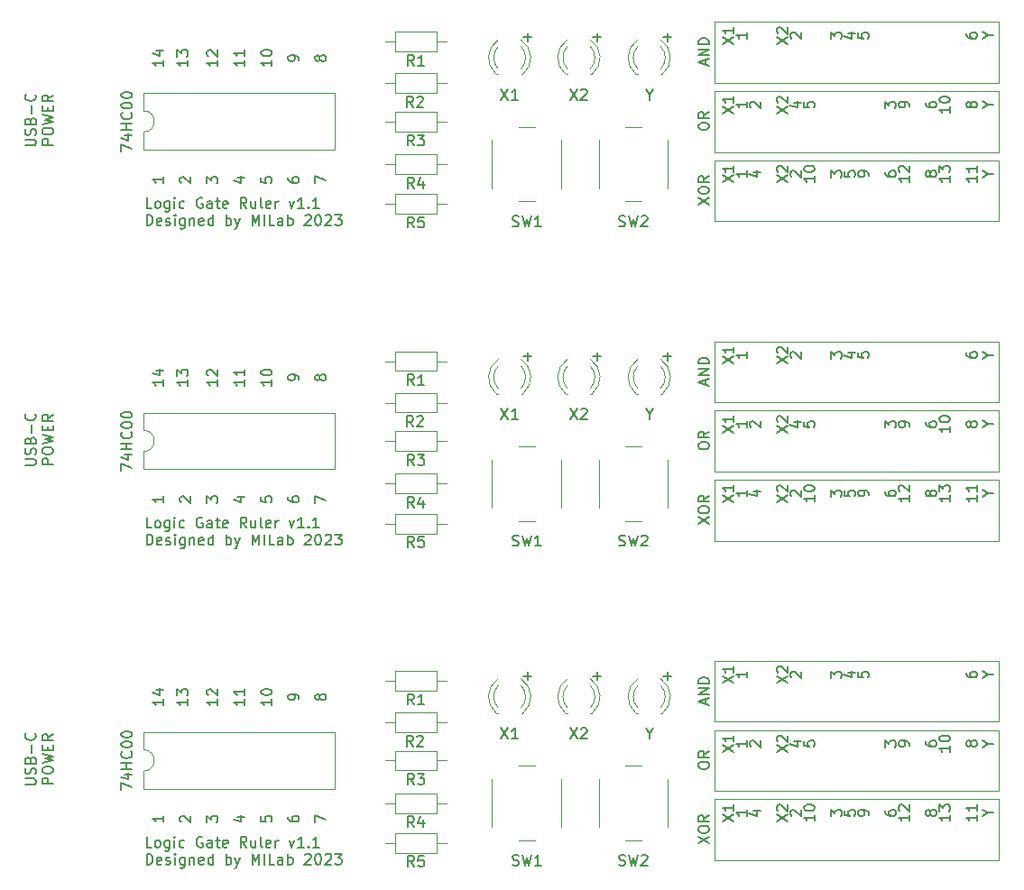
<source format=gbr>
%TF.GenerationSoftware,KiCad,Pcbnew,(6.0.10)*%
%TF.CreationDate,2023-10-03T20:47:12+09:00*%
%TF.ProjectId,simpleLogicCircuit,73696d70-6c65-44c6-9f67-696343697263,rev?*%
%TF.SameCoordinates,Original*%
%TF.FileFunction,Legend,Top*%
%TF.FilePolarity,Positive*%
%FSLAX46Y46*%
G04 Gerber Fmt 4.6, Leading zero omitted, Abs format (unit mm)*
G04 Created by KiCad (PCBNEW (6.0.10)) date 2023-10-03 20:47:12*
%MOMM*%
%LPD*%
G01*
G04 APERTURE LIST*
%ADD10C,0.150000*%
%ADD11C,0.120000*%
G04 APERTURE END LIST*
D10*
X53538380Y-80228476D02*
X53538380Y-80799904D01*
X53538380Y-80514190D02*
X52538380Y-80514190D01*
X52681238Y-80609428D01*
X52776476Y-80704666D01*
X52824095Y-80799904D01*
X53538380Y-79276095D02*
X53538380Y-79847523D01*
X53538380Y-79561809D02*
X52538380Y-79561809D01*
X52681238Y-79657047D01*
X52776476Y-79752285D01*
X52824095Y-79847523D01*
X50998380Y-50228476D02*
X50998380Y-50799904D01*
X50998380Y-50514190D02*
X49998380Y-50514190D01*
X50141238Y-50609428D01*
X50236476Y-50704666D01*
X50284095Y-50799904D01*
X50093619Y-49847523D02*
X50046000Y-49799904D01*
X49998380Y-49704666D01*
X49998380Y-49466571D01*
X50046000Y-49371333D01*
X50093619Y-49323714D01*
X50188857Y-49276095D01*
X50284095Y-49276095D01*
X50426952Y-49323714D01*
X50998380Y-49895142D01*
X50998380Y-49276095D01*
X50998380Y-80228476D02*
X50998380Y-80799904D01*
X50998380Y-80514190D02*
X49998380Y-80514190D01*
X50141238Y-80609428D01*
X50236476Y-80704666D01*
X50284095Y-80799904D01*
X50093619Y-79847523D02*
X50046000Y-79799904D01*
X49998380Y-79704666D01*
X49998380Y-79466571D01*
X50046000Y-79371333D01*
X50093619Y-79323714D01*
X50188857Y-79276095D01*
X50284095Y-79276095D01*
X50426952Y-79323714D01*
X50998380Y-79895142D01*
X50998380Y-79276095D01*
X79719047Y-48071428D02*
X80480952Y-48071428D01*
X80100000Y-48452380D02*
X80100000Y-47690476D01*
X44811785Y-94147380D02*
X44335595Y-94147380D01*
X44335595Y-93147380D01*
X45287976Y-94147380D02*
X45192738Y-94099761D01*
X45145119Y-94052142D01*
X45097500Y-93956904D01*
X45097500Y-93671190D01*
X45145119Y-93575952D01*
X45192738Y-93528333D01*
X45287976Y-93480714D01*
X45430833Y-93480714D01*
X45526071Y-93528333D01*
X45573690Y-93575952D01*
X45621309Y-93671190D01*
X45621309Y-93956904D01*
X45573690Y-94052142D01*
X45526071Y-94099761D01*
X45430833Y-94147380D01*
X45287976Y-94147380D01*
X46478452Y-93480714D02*
X46478452Y-94290238D01*
X46430833Y-94385476D01*
X46383214Y-94433095D01*
X46287976Y-94480714D01*
X46145119Y-94480714D01*
X46049880Y-94433095D01*
X46478452Y-94099761D02*
X46383214Y-94147380D01*
X46192738Y-94147380D01*
X46097500Y-94099761D01*
X46049880Y-94052142D01*
X46002261Y-93956904D01*
X46002261Y-93671190D01*
X46049880Y-93575952D01*
X46097500Y-93528333D01*
X46192738Y-93480714D01*
X46383214Y-93480714D01*
X46478452Y-93528333D01*
X46954642Y-94147380D02*
X46954642Y-93480714D01*
X46954642Y-93147380D02*
X46907023Y-93195000D01*
X46954642Y-93242619D01*
X47002261Y-93195000D01*
X46954642Y-93147380D01*
X46954642Y-93242619D01*
X47859404Y-94099761D02*
X47764166Y-94147380D01*
X47573690Y-94147380D01*
X47478452Y-94099761D01*
X47430833Y-94052142D01*
X47383214Y-93956904D01*
X47383214Y-93671190D01*
X47430833Y-93575952D01*
X47478452Y-93528333D01*
X47573690Y-93480714D01*
X47764166Y-93480714D01*
X47859404Y-93528333D01*
X49573690Y-93195000D02*
X49478452Y-93147380D01*
X49335595Y-93147380D01*
X49192738Y-93195000D01*
X49097500Y-93290238D01*
X49049880Y-93385476D01*
X49002261Y-93575952D01*
X49002261Y-93718809D01*
X49049880Y-93909285D01*
X49097500Y-94004523D01*
X49192738Y-94099761D01*
X49335595Y-94147380D01*
X49430833Y-94147380D01*
X49573690Y-94099761D01*
X49621309Y-94052142D01*
X49621309Y-93718809D01*
X49430833Y-93718809D01*
X50478452Y-94147380D02*
X50478452Y-93623571D01*
X50430833Y-93528333D01*
X50335595Y-93480714D01*
X50145119Y-93480714D01*
X50049880Y-93528333D01*
X50478452Y-94099761D02*
X50383214Y-94147380D01*
X50145119Y-94147380D01*
X50049880Y-94099761D01*
X50002261Y-94004523D01*
X50002261Y-93909285D01*
X50049880Y-93814047D01*
X50145119Y-93766428D01*
X50383214Y-93766428D01*
X50478452Y-93718809D01*
X50811785Y-93480714D02*
X51192738Y-93480714D01*
X50954642Y-93147380D02*
X50954642Y-94004523D01*
X51002261Y-94099761D01*
X51097500Y-94147380D01*
X51192738Y-94147380D01*
X51907023Y-94099761D02*
X51811785Y-94147380D01*
X51621309Y-94147380D01*
X51526071Y-94099761D01*
X51478452Y-94004523D01*
X51478452Y-93623571D01*
X51526071Y-93528333D01*
X51621309Y-93480714D01*
X51811785Y-93480714D01*
X51907023Y-93528333D01*
X51954642Y-93623571D01*
X51954642Y-93718809D01*
X51478452Y-93814047D01*
X53716547Y-94147380D02*
X53383214Y-93671190D01*
X53145119Y-94147380D02*
X53145119Y-93147380D01*
X53526071Y-93147380D01*
X53621309Y-93195000D01*
X53668928Y-93242619D01*
X53716547Y-93337857D01*
X53716547Y-93480714D01*
X53668928Y-93575952D01*
X53621309Y-93623571D01*
X53526071Y-93671190D01*
X53145119Y-93671190D01*
X54573690Y-93480714D02*
X54573690Y-94147380D01*
X54145119Y-93480714D02*
X54145119Y-94004523D01*
X54192738Y-94099761D01*
X54287976Y-94147380D01*
X54430833Y-94147380D01*
X54526071Y-94099761D01*
X54573690Y-94052142D01*
X55192738Y-94147380D02*
X55097500Y-94099761D01*
X55049880Y-94004523D01*
X55049880Y-93147380D01*
X55954642Y-94099761D02*
X55859404Y-94147380D01*
X55668928Y-94147380D01*
X55573690Y-94099761D01*
X55526071Y-94004523D01*
X55526071Y-93623571D01*
X55573690Y-93528333D01*
X55668928Y-93480714D01*
X55859404Y-93480714D01*
X55954642Y-93528333D01*
X56002261Y-93623571D01*
X56002261Y-93718809D01*
X55526071Y-93814047D01*
X56430833Y-94147380D02*
X56430833Y-93480714D01*
X56430833Y-93671190D02*
X56478452Y-93575952D01*
X56526071Y-93528333D01*
X56621309Y-93480714D01*
X56716547Y-93480714D01*
X57716547Y-93480714D02*
X57954642Y-94147380D01*
X58192738Y-93480714D01*
X59097500Y-94147380D02*
X58526071Y-94147380D01*
X58811785Y-94147380D02*
X58811785Y-93147380D01*
X58716547Y-93290238D01*
X58621309Y-93385476D01*
X58526071Y-93433095D01*
X59526071Y-94052142D02*
X59573690Y-94099761D01*
X59526071Y-94147380D01*
X59478452Y-94099761D01*
X59526071Y-94052142D01*
X59526071Y-94147380D01*
X60526071Y-94147380D02*
X59954642Y-94147380D01*
X60240357Y-94147380D02*
X60240357Y-93147380D01*
X60145119Y-93290238D01*
X60049880Y-93385476D01*
X59954642Y-93433095D01*
X44335595Y-95757380D02*
X44335595Y-94757380D01*
X44573690Y-94757380D01*
X44716547Y-94805000D01*
X44811785Y-94900238D01*
X44859404Y-94995476D01*
X44907023Y-95185952D01*
X44907023Y-95328809D01*
X44859404Y-95519285D01*
X44811785Y-95614523D01*
X44716547Y-95709761D01*
X44573690Y-95757380D01*
X44335595Y-95757380D01*
X45716547Y-95709761D02*
X45621309Y-95757380D01*
X45430833Y-95757380D01*
X45335595Y-95709761D01*
X45287976Y-95614523D01*
X45287976Y-95233571D01*
X45335595Y-95138333D01*
X45430833Y-95090714D01*
X45621309Y-95090714D01*
X45716547Y-95138333D01*
X45764166Y-95233571D01*
X45764166Y-95328809D01*
X45287976Y-95424047D01*
X46145119Y-95709761D02*
X46240357Y-95757380D01*
X46430833Y-95757380D01*
X46526071Y-95709761D01*
X46573690Y-95614523D01*
X46573690Y-95566904D01*
X46526071Y-95471666D01*
X46430833Y-95424047D01*
X46287976Y-95424047D01*
X46192738Y-95376428D01*
X46145119Y-95281190D01*
X46145119Y-95233571D01*
X46192738Y-95138333D01*
X46287976Y-95090714D01*
X46430833Y-95090714D01*
X46526071Y-95138333D01*
X47002261Y-95757380D02*
X47002261Y-95090714D01*
X47002261Y-94757380D02*
X46954642Y-94805000D01*
X47002261Y-94852619D01*
X47049880Y-94805000D01*
X47002261Y-94757380D01*
X47002261Y-94852619D01*
X47907023Y-95090714D02*
X47907023Y-95900238D01*
X47859404Y-95995476D01*
X47811785Y-96043095D01*
X47716547Y-96090714D01*
X47573690Y-96090714D01*
X47478452Y-96043095D01*
X47907023Y-95709761D02*
X47811785Y-95757380D01*
X47621309Y-95757380D01*
X47526071Y-95709761D01*
X47478452Y-95662142D01*
X47430833Y-95566904D01*
X47430833Y-95281190D01*
X47478452Y-95185952D01*
X47526071Y-95138333D01*
X47621309Y-95090714D01*
X47811785Y-95090714D01*
X47907023Y-95138333D01*
X48383214Y-95090714D02*
X48383214Y-95757380D01*
X48383214Y-95185952D02*
X48430833Y-95138333D01*
X48526071Y-95090714D01*
X48668928Y-95090714D01*
X48764166Y-95138333D01*
X48811785Y-95233571D01*
X48811785Y-95757380D01*
X49668928Y-95709761D02*
X49573690Y-95757380D01*
X49383214Y-95757380D01*
X49287976Y-95709761D01*
X49240357Y-95614523D01*
X49240357Y-95233571D01*
X49287976Y-95138333D01*
X49383214Y-95090714D01*
X49573690Y-95090714D01*
X49668928Y-95138333D01*
X49716547Y-95233571D01*
X49716547Y-95328809D01*
X49240357Y-95424047D01*
X50573690Y-95757380D02*
X50573690Y-94757380D01*
X50573690Y-95709761D02*
X50478452Y-95757380D01*
X50287976Y-95757380D01*
X50192738Y-95709761D01*
X50145119Y-95662142D01*
X50097500Y-95566904D01*
X50097500Y-95281190D01*
X50145119Y-95185952D01*
X50192738Y-95138333D01*
X50287976Y-95090714D01*
X50478452Y-95090714D01*
X50573690Y-95138333D01*
X51811785Y-95757380D02*
X51811785Y-94757380D01*
X51811785Y-95138333D02*
X51907023Y-95090714D01*
X52097500Y-95090714D01*
X52192738Y-95138333D01*
X52240357Y-95185952D01*
X52287976Y-95281190D01*
X52287976Y-95566904D01*
X52240357Y-95662142D01*
X52192738Y-95709761D01*
X52097500Y-95757380D01*
X51907023Y-95757380D01*
X51811785Y-95709761D01*
X52621309Y-95090714D02*
X52859404Y-95757380D01*
X53097500Y-95090714D02*
X52859404Y-95757380D01*
X52764166Y-95995476D01*
X52716547Y-96043095D01*
X52621309Y-96090714D01*
X54240357Y-95757380D02*
X54240357Y-94757380D01*
X54573690Y-95471666D01*
X54907023Y-94757380D01*
X54907023Y-95757380D01*
X55383214Y-95757380D02*
X55383214Y-94757380D01*
X56335595Y-95757380D02*
X55859404Y-95757380D01*
X55859404Y-94757380D01*
X57097500Y-95757380D02*
X57097500Y-95233571D01*
X57049880Y-95138333D01*
X56954642Y-95090714D01*
X56764166Y-95090714D01*
X56668928Y-95138333D01*
X57097500Y-95709761D02*
X57002261Y-95757380D01*
X56764166Y-95757380D01*
X56668928Y-95709761D01*
X56621309Y-95614523D01*
X56621309Y-95519285D01*
X56668928Y-95424047D01*
X56764166Y-95376428D01*
X57002261Y-95376428D01*
X57097500Y-95328809D01*
X57573690Y-95757380D02*
X57573690Y-94757380D01*
X57573690Y-95138333D02*
X57668928Y-95090714D01*
X57859404Y-95090714D01*
X57954642Y-95138333D01*
X58002261Y-95185952D01*
X58049880Y-95281190D01*
X58049880Y-95566904D01*
X58002261Y-95662142D01*
X57954642Y-95709761D01*
X57859404Y-95757380D01*
X57668928Y-95757380D01*
X57573690Y-95709761D01*
X59192738Y-94852619D02*
X59240357Y-94805000D01*
X59335595Y-94757380D01*
X59573690Y-94757380D01*
X59668928Y-94805000D01*
X59716547Y-94852619D01*
X59764166Y-94947857D01*
X59764166Y-95043095D01*
X59716547Y-95185952D01*
X59145119Y-95757380D01*
X59764166Y-95757380D01*
X60383214Y-94757380D02*
X60478452Y-94757380D01*
X60573690Y-94805000D01*
X60621309Y-94852619D01*
X60668928Y-94947857D01*
X60716547Y-95138333D01*
X60716547Y-95376428D01*
X60668928Y-95566904D01*
X60621309Y-95662142D01*
X60573690Y-95709761D01*
X60478452Y-95757380D01*
X60383214Y-95757380D01*
X60287976Y-95709761D01*
X60240357Y-95662142D01*
X60192738Y-95566904D01*
X60145119Y-95376428D01*
X60145119Y-95138333D01*
X60192738Y-94947857D01*
X60240357Y-94852619D01*
X60287976Y-94805000D01*
X60383214Y-94757380D01*
X61097500Y-94852619D02*
X61145119Y-94805000D01*
X61240357Y-94757380D01*
X61478452Y-94757380D01*
X61573690Y-94805000D01*
X61621309Y-94852619D01*
X61668928Y-94947857D01*
X61668928Y-95043095D01*
X61621309Y-95185952D01*
X61049880Y-95757380D01*
X61668928Y-95757380D01*
X62002261Y-94757380D02*
X62621309Y-94757380D01*
X62287976Y-95138333D01*
X62430833Y-95138333D01*
X62526071Y-95185952D01*
X62573690Y-95233571D01*
X62621309Y-95328809D01*
X62621309Y-95566904D01*
X62573690Y-95662142D01*
X62526071Y-95709761D01*
X62430833Y-95757380D01*
X62145119Y-95757380D01*
X62049880Y-95709761D01*
X62002261Y-95662142D01*
X92819047Y-48071428D02*
X93580952Y-48071428D01*
X93200000Y-48452380D02*
X93200000Y-47690476D01*
X45918380Y-50228476D02*
X45918380Y-50799904D01*
X45918380Y-50514190D02*
X44918380Y-50514190D01*
X45061238Y-50609428D01*
X45156476Y-50704666D01*
X45204095Y-50799904D01*
X45251714Y-49371333D02*
X45918380Y-49371333D01*
X44870761Y-49609428D02*
X45585047Y-49847523D01*
X45585047Y-49228476D01*
X47553619Y-61753714D02*
X47506000Y-61706095D01*
X47458380Y-61610857D01*
X47458380Y-61372761D01*
X47506000Y-61277523D01*
X47553619Y-61229904D01*
X47648857Y-61182285D01*
X47744095Y-61182285D01*
X47886952Y-61229904D01*
X48458380Y-61801333D01*
X48458380Y-61182285D01*
X32937380Y-58260952D02*
X33746904Y-58260952D01*
X33842142Y-58213333D01*
X33889761Y-58165714D01*
X33937380Y-58070476D01*
X33937380Y-57880000D01*
X33889761Y-57784761D01*
X33842142Y-57737142D01*
X33746904Y-57689523D01*
X32937380Y-57689523D01*
X33889761Y-57260952D02*
X33937380Y-57118095D01*
X33937380Y-56880000D01*
X33889761Y-56784761D01*
X33842142Y-56737142D01*
X33746904Y-56689523D01*
X33651666Y-56689523D01*
X33556428Y-56737142D01*
X33508809Y-56784761D01*
X33461190Y-56880000D01*
X33413571Y-57070476D01*
X33365952Y-57165714D01*
X33318333Y-57213333D01*
X33223095Y-57260952D01*
X33127857Y-57260952D01*
X33032619Y-57213333D01*
X32985000Y-57165714D01*
X32937380Y-57070476D01*
X32937380Y-56832380D01*
X32985000Y-56689523D01*
X33413571Y-55927619D02*
X33461190Y-55784761D01*
X33508809Y-55737142D01*
X33604047Y-55689523D01*
X33746904Y-55689523D01*
X33842142Y-55737142D01*
X33889761Y-55784761D01*
X33937380Y-55880000D01*
X33937380Y-56260952D01*
X32937380Y-56260952D01*
X32937380Y-55927619D01*
X32985000Y-55832380D01*
X33032619Y-55784761D01*
X33127857Y-55737142D01*
X33223095Y-55737142D01*
X33318333Y-55784761D01*
X33365952Y-55832380D01*
X33413571Y-55927619D01*
X33413571Y-56260952D01*
X33556428Y-55260952D02*
X33556428Y-54499047D01*
X33842142Y-53451428D02*
X33889761Y-53499047D01*
X33937380Y-53641904D01*
X33937380Y-53737142D01*
X33889761Y-53880000D01*
X33794523Y-53975238D01*
X33699285Y-54022857D01*
X33508809Y-54070476D01*
X33365952Y-54070476D01*
X33175476Y-54022857D01*
X33080238Y-53975238D01*
X32985000Y-53880000D01*
X32937380Y-53737142D01*
X32937380Y-53641904D01*
X32985000Y-53499047D01*
X33032619Y-53451428D01*
X35547380Y-58189523D02*
X34547380Y-58189523D01*
X34547380Y-57808571D01*
X34595000Y-57713333D01*
X34642619Y-57665714D01*
X34737857Y-57618095D01*
X34880714Y-57618095D01*
X34975952Y-57665714D01*
X35023571Y-57713333D01*
X35071190Y-57808571D01*
X35071190Y-58189523D01*
X34547380Y-56999047D02*
X34547380Y-56808571D01*
X34595000Y-56713333D01*
X34690238Y-56618095D01*
X34880714Y-56570476D01*
X35214047Y-56570476D01*
X35404523Y-56618095D01*
X35499761Y-56713333D01*
X35547380Y-56808571D01*
X35547380Y-56999047D01*
X35499761Y-57094285D01*
X35404523Y-57189523D01*
X35214047Y-57237142D01*
X34880714Y-57237142D01*
X34690238Y-57189523D01*
X34595000Y-57094285D01*
X34547380Y-56999047D01*
X34547380Y-56237142D02*
X35547380Y-55999047D01*
X34833095Y-55808571D01*
X35547380Y-55618095D01*
X34547380Y-55380000D01*
X35023571Y-54999047D02*
X35023571Y-54665714D01*
X35547380Y-54522857D02*
X35547380Y-54999047D01*
X34547380Y-54999047D01*
X34547380Y-54522857D01*
X35547380Y-53522857D02*
X35071190Y-53856190D01*
X35547380Y-54094285D02*
X34547380Y-54094285D01*
X34547380Y-53713333D01*
X34595000Y-53618095D01*
X34642619Y-53570476D01*
X34737857Y-53522857D01*
X34880714Y-53522857D01*
X34975952Y-53570476D01*
X35023571Y-53618095D01*
X35071190Y-53713333D01*
X35071190Y-54094285D01*
X58618380Y-110228476D02*
X58618380Y-110038000D01*
X58570761Y-109942761D01*
X58523142Y-109895142D01*
X58380285Y-109799904D01*
X58189809Y-109752285D01*
X57808857Y-109752285D01*
X57713619Y-109799904D01*
X57666000Y-109847523D01*
X57618380Y-109942761D01*
X57618380Y-110133238D01*
X57666000Y-110228476D01*
X57713619Y-110276095D01*
X57808857Y-110323714D01*
X58046952Y-110323714D01*
X58142190Y-110276095D01*
X58189809Y-110228476D01*
X58237428Y-110133238D01*
X58237428Y-109942761D01*
X58189809Y-109847523D01*
X58142190Y-109799904D01*
X58046952Y-109752285D01*
X48204380Y-50228476D02*
X48204380Y-50799904D01*
X48204380Y-50514190D02*
X47204380Y-50514190D01*
X47347238Y-50609428D01*
X47442476Y-50704666D01*
X47490095Y-50799904D01*
X47204380Y-49895142D02*
X47204380Y-49276095D01*
X47585333Y-49609428D01*
X47585333Y-49466571D01*
X47632952Y-49371333D01*
X47680571Y-49323714D01*
X47775809Y-49276095D01*
X48013904Y-49276095D01*
X48109142Y-49323714D01*
X48156761Y-49371333D01*
X48204380Y-49466571D01*
X48204380Y-49752285D01*
X48156761Y-49847523D01*
X48109142Y-49895142D01*
X60158380Y-121801333D02*
X60158380Y-121134666D01*
X61158380Y-121563238D01*
X52871714Y-91277523D02*
X53538380Y-91277523D01*
X52490761Y-91515619D02*
X53205047Y-91753714D01*
X53205047Y-91134666D01*
X47553619Y-91753714D02*
X47506000Y-91706095D01*
X47458380Y-91610857D01*
X47458380Y-91372761D01*
X47506000Y-91277523D01*
X47553619Y-91229904D01*
X47648857Y-91182285D01*
X47744095Y-91182285D01*
X47886952Y-91229904D01*
X48458380Y-91801333D01*
X48458380Y-91182285D01*
X92819047Y-108071428D02*
X93580952Y-108071428D01*
X93200000Y-108452380D02*
X93200000Y-107690476D01*
X55078380Y-121229904D02*
X55078380Y-121706095D01*
X55554571Y-121753714D01*
X55506952Y-121706095D01*
X55459333Y-121610857D01*
X55459333Y-121372761D01*
X55506952Y-121277523D01*
X55554571Y-121229904D01*
X55649809Y-121182285D01*
X55887904Y-121182285D01*
X55983142Y-121229904D01*
X56030761Y-121277523D01*
X56078380Y-121372761D01*
X56078380Y-121610857D01*
X56030761Y-121706095D01*
X55983142Y-121753714D01*
X49998380Y-121801333D02*
X49998380Y-121182285D01*
X50379333Y-121515619D01*
X50379333Y-121372761D01*
X50426952Y-121277523D01*
X50474571Y-121229904D01*
X50569809Y-121182285D01*
X50807904Y-121182285D01*
X50903142Y-121229904D01*
X50950761Y-121277523D01*
X50998380Y-121372761D01*
X50998380Y-121658476D01*
X50950761Y-121753714D01*
X50903142Y-121801333D01*
X45918380Y-80228476D02*
X45918380Y-80799904D01*
X45918380Y-80514190D02*
X44918380Y-80514190D01*
X45061238Y-80609428D01*
X45156476Y-80704666D01*
X45204095Y-80799904D01*
X45251714Y-79371333D02*
X45918380Y-79371333D01*
X44870761Y-79609428D02*
X45585047Y-79847523D01*
X45585047Y-79228476D01*
X57618380Y-91277523D02*
X57618380Y-91468000D01*
X57666000Y-91563238D01*
X57713619Y-91610857D01*
X57856476Y-91706095D01*
X58046952Y-91753714D01*
X58427904Y-91753714D01*
X58523142Y-91706095D01*
X58570761Y-91658476D01*
X58618380Y-91563238D01*
X58618380Y-91372761D01*
X58570761Y-91277523D01*
X58523142Y-91229904D01*
X58427904Y-91182285D01*
X58189809Y-91182285D01*
X58094571Y-91229904D01*
X58046952Y-91277523D01*
X57999333Y-91372761D01*
X57999333Y-91563238D01*
X58046952Y-91658476D01*
X58094571Y-91706095D01*
X58189809Y-91753714D01*
X58618380Y-50228476D02*
X58618380Y-50038000D01*
X58570761Y-49942761D01*
X58523142Y-49895142D01*
X58380285Y-49799904D01*
X58189809Y-49752285D01*
X57808857Y-49752285D01*
X57713619Y-49799904D01*
X57666000Y-49847523D01*
X57618380Y-49942761D01*
X57618380Y-50133238D01*
X57666000Y-50228476D01*
X57713619Y-50276095D01*
X57808857Y-50323714D01*
X58046952Y-50323714D01*
X58142190Y-50276095D01*
X58189809Y-50228476D01*
X58237428Y-50133238D01*
X58237428Y-49942761D01*
X58189809Y-49847523D01*
X58142190Y-49799904D01*
X58046952Y-49752285D01*
X57618380Y-61277523D02*
X57618380Y-61468000D01*
X57666000Y-61563238D01*
X57713619Y-61610857D01*
X57856476Y-61706095D01*
X58046952Y-61753714D01*
X58427904Y-61753714D01*
X58523142Y-61706095D01*
X58570761Y-61658476D01*
X58618380Y-61563238D01*
X58618380Y-61372761D01*
X58570761Y-61277523D01*
X58523142Y-61229904D01*
X58427904Y-61182285D01*
X58189809Y-61182285D01*
X58094571Y-61229904D01*
X58046952Y-61277523D01*
X57999333Y-61372761D01*
X57999333Y-61563238D01*
X58046952Y-61658476D01*
X58094571Y-61706095D01*
X58189809Y-61753714D01*
X86219047Y-48071428D02*
X86980952Y-48071428D01*
X86600000Y-48452380D02*
X86600000Y-47690476D01*
X92819047Y-78071428D02*
X93580952Y-78071428D01*
X93200000Y-78452380D02*
X93200000Y-77690476D01*
X44811785Y-124147380D02*
X44335595Y-124147380D01*
X44335595Y-123147380D01*
X45287976Y-124147380D02*
X45192738Y-124099761D01*
X45145119Y-124052142D01*
X45097500Y-123956904D01*
X45097500Y-123671190D01*
X45145119Y-123575952D01*
X45192738Y-123528333D01*
X45287976Y-123480714D01*
X45430833Y-123480714D01*
X45526071Y-123528333D01*
X45573690Y-123575952D01*
X45621309Y-123671190D01*
X45621309Y-123956904D01*
X45573690Y-124052142D01*
X45526071Y-124099761D01*
X45430833Y-124147380D01*
X45287976Y-124147380D01*
X46478452Y-123480714D02*
X46478452Y-124290238D01*
X46430833Y-124385476D01*
X46383214Y-124433095D01*
X46287976Y-124480714D01*
X46145119Y-124480714D01*
X46049880Y-124433095D01*
X46478452Y-124099761D02*
X46383214Y-124147380D01*
X46192738Y-124147380D01*
X46097500Y-124099761D01*
X46049880Y-124052142D01*
X46002261Y-123956904D01*
X46002261Y-123671190D01*
X46049880Y-123575952D01*
X46097500Y-123528333D01*
X46192738Y-123480714D01*
X46383214Y-123480714D01*
X46478452Y-123528333D01*
X46954642Y-124147380D02*
X46954642Y-123480714D01*
X46954642Y-123147380D02*
X46907023Y-123195000D01*
X46954642Y-123242619D01*
X47002261Y-123195000D01*
X46954642Y-123147380D01*
X46954642Y-123242619D01*
X47859404Y-124099761D02*
X47764166Y-124147380D01*
X47573690Y-124147380D01*
X47478452Y-124099761D01*
X47430833Y-124052142D01*
X47383214Y-123956904D01*
X47383214Y-123671190D01*
X47430833Y-123575952D01*
X47478452Y-123528333D01*
X47573690Y-123480714D01*
X47764166Y-123480714D01*
X47859404Y-123528333D01*
X49573690Y-123195000D02*
X49478452Y-123147380D01*
X49335595Y-123147380D01*
X49192738Y-123195000D01*
X49097500Y-123290238D01*
X49049880Y-123385476D01*
X49002261Y-123575952D01*
X49002261Y-123718809D01*
X49049880Y-123909285D01*
X49097500Y-124004523D01*
X49192738Y-124099761D01*
X49335595Y-124147380D01*
X49430833Y-124147380D01*
X49573690Y-124099761D01*
X49621309Y-124052142D01*
X49621309Y-123718809D01*
X49430833Y-123718809D01*
X50478452Y-124147380D02*
X50478452Y-123623571D01*
X50430833Y-123528333D01*
X50335595Y-123480714D01*
X50145119Y-123480714D01*
X50049880Y-123528333D01*
X50478452Y-124099761D02*
X50383214Y-124147380D01*
X50145119Y-124147380D01*
X50049880Y-124099761D01*
X50002261Y-124004523D01*
X50002261Y-123909285D01*
X50049880Y-123814047D01*
X50145119Y-123766428D01*
X50383214Y-123766428D01*
X50478452Y-123718809D01*
X50811785Y-123480714D02*
X51192738Y-123480714D01*
X50954642Y-123147380D02*
X50954642Y-124004523D01*
X51002261Y-124099761D01*
X51097500Y-124147380D01*
X51192738Y-124147380D01*
X51907023Y-124099761D02*
X51811785Y-124147380D01*
X51621309Y-124147380D01*
X51526071Y-124099761D01*
X51478452Y-124004523D01*
X51478452Y-123623571D01*
X51526071Y-123528333D01*
X51621309Y-123480714D01*
X51811785Y-123480714D01*
X51907023Y-123528333D01*
X51954642Y-123623571D01*
X51954642Y-123718809D01*
X51478452Y-123814047D01*
X53716547Y-124147380D02*
X53383214Y-123671190D01*
X53145119Y-124147380D02*
X53145119Y-123147380D01*
X53526071Y-123147380D01*
X53621309Y-123195000D01*
X53668928Y-123242619D01*
X53716547Y-123337857D01*
X53716547Y-123480714D01*
X53668928Y-123575952D01*
X53621309Y-123623571D01*
X53526071Y-123671190D01*
X53145119Y-123671190D01*
X54573690Y-123480714D02*
X54573690Y-124147380D01*
X54145119Y-123480714D02*
X54145119Y-124004523D01*
X54192738Y-124099761D01*
X54287976Y-124147380D01*
X54430833Y-124147380D01*
X54526071Y-124099761D01*
X54573690Y-124052142D01*
X55192738Y-124147380D02*
X55097500Y-124099761D01*
X55049880Y-124004523D01*
X55049880Y-123147380D01*
X55954642Y-124099761D02*
X55859404Y-124147380D01*
X55668928Y-124147380D01*
X55573690Y-124099761D01*
X55526071Y-124004523D01*
X55526071Y-123623571D01*
X55573690Y-123528333D01*
X55668928Y-123480714D01*
X55859404Y-123480714D01*
X55954642Y-123528333D01*
X56002261Y-123623571D01*
X56002261Y-123718809D01*
X55526071Y-123814047D01*
X56430833Y-124147380D02*
X56430833Y-123480714D01*
X56430833Y-123671190D02*
X56478452Y-123575952D01*
X56526071Y-123528333D01*
X56621309Y-123480714D01*
X56716547Y-123480714D01*
X57716547Y-123480714D02*
X57954642Y-124147380D01*
X58192738Y-123480714D01*
X59097500Y-124147380D02*
X58526071Y-124147380D01*
X58811785Y-124147380D02*
X58811785Y-123147380D01*
X58716547Y-123290238D01*
X58621309Y-123385476D01*
X58526071Y-123433095D01*
X59526071Y-124052142D02*
X59573690Y-124099761D01*
X59526071Y-124147380D01*
X59478452Y-124099761D01*
X59526071Y-124052142D01*
X59526071Y-124147380D01*
X60526071Y-124147380D02*
X59954642Y-124147380D01*
X60240357Y-124147380D02*
X60240357Y-123147380D01*
X60145119Y-123290238D01*
X60049880Y-123385476D01*
X59954642Y-123433095D01*
X44335595Y-125757380D02*
X44335595Y-124757380D01*
X44573690Y-124757380D01*
X44716547Y-124805000D01*
X44811785Y-124900238D01*
X44859404Y-124995476D01*
X44907023Y-125185952D01*
X44907023Y-125328809D01*
X44859404Y-125519285D01*
X44811785Y-125614523D01*
X44716547Y-125709761D01*
X44573690Y-125757380D01*
X44335595Y-125757380D01*
X45716547Y-125709761D02*
X45621309Y-125757380D01*
X45430833Y-125757380D01*
X45335595Y-125709761D01*
X45287976Y-125614523D01*
X45287976Y-125233571D01*
X45335595Y-125138333D01*
X45430833Y-125090714D01*
X45621309Y-125090714D01*
X45716547Y-125138333D01*
X45764166Y-125233571D01*
X45764166Y-125328809D01*
X45287976Y-125424047D01*
X46145119Y-125709761D02*
X46240357Y-125757380D01*
X46430833Y-125757380D01*
X46526071Y-125709761D01*
X46573690Y-125614523D01*
X46573690Y-125566904D01*
X46526071Y-125471666D01*
X46430833Y-125424047D01*
X46287976Y-125424047D01*
X46192738Y-125376428D01*
X46145119Y-125281190D01*
X46145119Y-125233571D01*
X46192738Y-125138333D01*
X46287976Y-125090714D01*
X46430833Y-125090714D01*
X46526071Y-125138333D01*
X47002261Y-125757380D02*
X47002261Y-125090714D01*
X47002261Y-124757380D02*
X46954642Y-124805000D01*
X47002261Y-124852619D01*
X47049880Y-124805000D01*
X47002261Y-124757380D01*
X47002261Y-124852619D01*
X47907023Y-125090714D02*
X47907023Y-125900238D01*
X47859404Y-125995476D01*
X47811785Y-126043095D01*
X47716547Y-126090714D01*
X47573690Y-126090714D01*
X47478452Y-126043095D01*
X47907023Y-125709761D02*
X47811785Y-125757380D01*
X47621309Y-125757380D01*
X47526071Y-125709761D01*
X47478452Y-125662142D01*
X47430833Y-125566904D01*
X47430833Y-125281190D01*
X47478452Y-125185952D01*
X47526071Y-125138333D01*
X47621309Y-125090714D01*
X47811785Y-125090714D01*
X47907023Y-125138333D01*
X48383214Y-125090714D02*
X48383214Y-125757380D01*
X48383214Y-125185952D02*
X48430833Y-125138333D01*
X48526071Y-125090714D01*
X48668928Y-125090714D01*
X48764166Y-125138333D01*
X48811785Y-125233571D01*
X48811785Y-125757380D01*
X49668928Y-125709761D02*
X49573690Y-125757380D01*
X49383214Y-125757380D01*
X49287976Y-125709761D01*
X49240357Y-125614523D01*
X49240357Y-125233571D01*
X49287976Y-125138333D01*
X49383214Y-125090714D01*
X49573690Y-125090714D01*
X49668928Y-125138333D01*
X49716547Y-125233571D01*
X49716547Y-125328809D01*
X49240357Y-125424047D01*
X50573690Y-125757380D02*
X50573690Y-124757380D01*
X50573690Y-125709761D02*
X50478452Y-125757380D01*
X50287976Y-125757380D01*
X50192738Y-125709761D01*
X50145119Y-125662142D01*
X50097500Y-125566904D01*
X50097500Y-125281190D01*
X50145119Y-125185952D01*
X50192738Y-125138333D01*
X50287976Y-125090714D01*
X50478452Y-125090714D01*
X50573690Y-125138333D01*
X51811785Y-125757380D02*
X51811785Y-124757380D01*
X51811785Y-125138333D02*
X51907023Y-125090714D01*
X52097500Y-125090714D01*
X52192738Y-125138333D01*
X52240357Y-125185952D01*
X52287976Y-125281190D01*
X52287976Y-125566904D01*
X52240357Y-125662142D01*
X52192738Y-125709761D01*
X52097500Y-125757380D01*
X51907023Y-125757380D01*
X51811785Y-125709761D01*
X52621309Y-125090714D02*
X52859404Y-125757380D01*
X53097500Y-125090714D02*
X52859404Y-125757380D01*
X52764166Y-125995476D01*
X52716547Y-126043095D01*
X52621309Y-126090714D01*
X54240357Y-125757380D02*
X54240357Y-124757380D01*
X54573690Y-125471666D01*
X54907023Y-124757380D01*
X54907023Y-125757380D01*
X55383214Y-125757380D02*
X55383214Y-124757380D01*
X56335595Y-125757380D02*
X55859404Y-125757380D01*
X55859404Y-124757380D01*
X57097500Y-125757380D02*
X57097500Y-125233571D01*
X57049880Y-125138333D01*
X56954642Y-125090714D01*
X56764166Y-125090714D01*
X56668928Y-125138333D01*
X57097500Y-125709761D02*
X57002261Y-125757380D01*
X56764166Y-125757380D01*
X56668928Y-125709761D01*
X56621309Y-125614523D01*
X56621309Y-125519285D01*
X56668928Y-125424047D01*
X56764166Y-125376428D01*
X57002261Y-125376428D01*
X57097500Y-125328809D01*
X57573690Y-125757380D02*
X57573690Y-124757380D01*
X57573690Y-125138333D02*
X57668928Y-125090714D01*
X57859404Y-125090714D01*
X57954642Y-125138333D01*
X58002261Y-125185952D01*
X58049880Y-125281190D01*
X58049880Y-125566904D01*
X58002261Y-125662142D01*
X57954642Y-125709761D01*
X57859404Y-125757380D01*
X57668928Y-125757380D01*
X57573690Y-125709761D01*
X59192738Y-124852619D02*
X59240357Y-124805000D01*
X59335595Y-124757380D01*
X59573690Y-124757380D01*
X59668928Y-124805000D01*
X59716547Y-124852619D01*
X59764166Y-124947857D01*
X59764166Y-125043095D01*
X59716547Y-125185952D01*
X59145119Y-125757380D01*
X59764166Y-125757380D01*
X60383214Y-124757380D02*
X60478452Y-124757380D01*
X60573690Y-124805000D01*
X60621309Y-124852619D01*
X60668928Y-124947857D01*
X60716547Y-125138333D01*
X60716547Y-125376428D01*
X60668928Y-125566904D01*
X60621309Y-125662142D01*
X60573690Y-125709761D01*
X60478452Y-125757380D01*
X60383214Y-125757380D01*
X60287976Y-125709761D01*
X60240357Y-125662142D01*
X60192738Y-125566904D01*
X60145119Y-125376428D01*
X60145119Y-125138333D01*
X60192738Y-124947857D01*
X60240357Y-124852619D01*
X60287976Y-124805000D01*
X60383214Y-124757380D01*
X61097500Y-124852619D02*
X61145119Y-124805000D01*
X61240357Y-124757380D01*
X61478452Y-124757380D01*
X61573690Y-124805000D01*
X61621309Y-124852619D01*
X61668928Y-124947857D01*
X61668928Y-125043095D01*
X61621309Y-125185952D01*
X61049880Y-125757380D01*
X61668928Y-125757380D01*
X62002261Y-124757380D02*
X62621309Y-124757380D01*
X62287976Y-125138333D01*
X62430833Y-125138333D01*
X62526071Y-125185952D01*
X62573690Y-125233571D01*
X62621309Y-125328809D01*
X62621309Y-125566904D01*
X62573690Y-125662142D01*
X62526071Y-125709761D01*
X62430833Y-125757380D01*
X62145119Y-125757380D01*
X62049880Y-125709761D01*
X62002261Y-125662142D01*
X45918380Y-61182285D02*
X45918380Y-61753714D01*
X45918380Y-61468000D02*
X44918380Y-61468000D01*
X45061238Y-61563238D01*
X45156476Y-61658476D01*
X45204095Y-61753714D01*
X86219047Y-108071428D02*
X86980952Y-108071428D01*
X86600000Y-108452380D02*
X86600000Y-107690476D01*
X45918380Y-91182285D02*
X45918380Y-91753714D01*
X45918380Y-91468000D02*
X44918380Y-91468000D01*
X45061238Y-91563238D01*
X45156476Y-91658476D01*
X45204095Y-91753714D01*
X47553619Y-121753714D02*
X47506000Y-121706095D01*
X47458380Y-121610857D01*
X47458380Y-121372761D01*
X47506000Y-121277523D01*
X47553619Y-121229904D01*
X47648857Y-121182285D01*
X47744095Y-121182285D01*
X47886952Y-121229904D01*
X48458380Y-121801333D01*
X48458380Y-121182285D01*
X49998380Y-91801333D02*
X49998380Y-91182285D01*
X50379333Y-91515619D01*
X50379333Y-91372761D01*
X50426952Y-91277523D01*
X50474571Y-91229904D01*
X50569809Y-91182285D01*
X50807904Y-91182285D01*
X50903142Y-91229904D01*
X50950761Y-91277523D01*
X50998380Y-91372761D01*
X50998380Y-91658476D01*
X50950761Y-91753714D01*
X50903142Y-91801333D01*
X79719047Y-108071428D02*
X80480952Y-108071428D01*
X80100000Y-108452380D02*
X80100000Y-107690476D01*
X56078380Y-110228476D02*
X56078380Y-110799904D01*
X56078380Y-110514190D02*
X55078380Y-110514190D01*
X55221238Y-110609428D01*
X55316476Y-110704666D01*
X55364095Y-110799904D01*
X55078380Y-109609428D02*
X55078380Y-109514190D01*
X55126000Y-109418952D01*
X55173619Y-109371333D01*
X55268857Y-109323714D01*
X55459333Y-109276095D01*
X55697428Y-109276095D01*
X55887904Y-109323714D01*
X55983142Y-109371333D01*
X56030761Y-109418952D01*
X56078380Y-109514190D01*
X56078380Y-109609428D01*
X56030761Y-109704666D01*
X55983142Y-109752285D01*
X55887904Y-109799904D01*
X55697428Y-109847523D01*
X55459333Y-109847523D01*
X55268857Y-109799904D01*
X55173619Y-109752285D01*
X55126000Y-109704666D01*
X55078380Y-109609428D01*
X86219047Y-78071428D02*
X86980952Y-78071428D01*
X86600000Y-78452380D02*
X86600000Y-77690476D01*
X45918380Y-121182285D02*
X45918380Y-121753714D01*
X45918380Y-121468000D02*
X44918380Y-121468000D01*
X45061238Y-121563238D01*
X45156476Y-121658476D01*
X45204095Y-121753714D01*
X52871714Y-121277523D02*
X53538380Y-121277523D01*
X52490761Y-121515619D02*
X53205047Y-121753714D01*
X53205047Y-121134666D01*
X53538380Y-110228476D02*
X53538380Y-110799904D01*
X53538380Y-110514190D02*
X52538380Y-110514190D01*
X52681238Y-110609428D01*
X52776476Y-110704666D01*
X52824095Y-110799904D01*
X53538380Y-109276095D02*
X53538380Y-109847523D01*
X53538380Y-109561809D02*
X52538380Y-109561809D01*
X52681238Y-109657047D01*
X52776476Y-109752285D01*
X52824095Y-109847523D01*
X57618380Y-121277523D02*
X57618380Y-121468000D01*
X57666000Y-121563238D01*
X57713619Y-121610857D01*
X57856476Y-121706095D01*
X58046952Y-121753714D01*
X58427904Y-121753714D01*
X58523142Y-121706095D01*
X58570761Y-121658476D01*
X58618380Y-121563238D01*
X58618380Y-121372761D01*
X58570761Y-121277523D01*
X58523142Y-121229904D01*
X58427904Y-121182285D01*
X58189809Y-121182285D01*
X58094571Y-121229904D01*
X58046952Y-121277523D01*
X57999333Y-121372761D01*
X57999333Y-121563238D01*
X58046952Y-121658476D01*
X58094571Y-121706095D01*
X58189809Y-121753714D01*
X48204380Y-80228476D02*
X48204380Y-80799904D01*
X48204380Y-80514190D02*
X47204380Y-80514190D01*
X47347238Y-80609428D01*
X47442476Y-80704666D01*
X47490095Y-80799904D01*
X47204380Y-79895142D02*
X47204380Y-79276095D01*
X47585333Y-79609428D01*
X47585333Y-79466571D01*
X47632952Y-79371333D01*
X47680571Y-79323714D01*
X47775809Y-79276095D01*
X48013904Y-79276095D01*
X48109142Y-79323714D01*
X48156761Y-79371333D01*
X48204380Y-79466571D01*
X48204380Y-79752285D01*
X48156761Y-79847523D01*
X48109142Y-79895142D01*
X45918380Y-110228476D02*
X45918380Y-110799904D01*
X45918380Y-110514190D02*
X44918380Y-110514190D01*
X45061238Y-110609428D01*
X45156476Y-110704666D01*
X45204095Y-110799904D01*
X45251714Y-109371333D02*
X45918380Y-109371333D01*
X44870761Y-109609428D02*
X45585047Y-109847523D01*
X45585047Y-109228476D01*
X49998380Y-61801333D02*
X49998380Y-61182285D01*
X50379333Y-61515619D01*
X50379333Y-61372761D01*
X50426952Y-61277523D01*
X50474571Y-61229904D01*
X50569809Y-61182285D01*
X50807904Y-61182285D01*
X50903142Y-61229904D01*
X50950761Y-61277523D01*
X50998380Y-61372761D01*
X50998380Y-61658476D01*
X50950761Y-61753714D01*
X50903142Y-61801333D01*
X56078380Y-80228476D02*
X56078380Y-80799904D01*
X56078380Y-80514190D02*
X55078380Y-80514190D01*
X55221238Y-80609428D01*
X55316476Y-80704666D01*
X55364095Y-80799904D01*
X55078380Y-79609428D02*
X55078380Y-79514190D01*
X55126000Y-79418952D01*
X55173619Y-79371333D01*
X55268857Y-79323714D01*
X55459333Y-79276095D01*
X55697428Y-79276095D01*
X55887904Y-79323714D01*
X55983142Y-79371333D01*
X56030761Y-79418952D01*
X56078380Y-79514190D01*
X56078380Y-79609428D01*
X56030761Y-79704666D01*
X55983142Y-79752285D01*
X55887904Y-79799904D01*
X55697428Y-79847523D01*
X55459333Y-79847523D01*
X55268857Y-79799904D01*
X55173619Y-79752285D01*
X55126000Y-79704666D01*
X55078380Y-79609428D01*
X52871714Y-61277523D02*
X53538380Y-61277523D01*
X52490761Y-61515619D02*
X53205047Y-61753714D01*
X53205047Y-61134666D01*
X79719047Y-78071428D02*
X80480952Y-78071428D01*
X80100000Y-78452380D02*
X80100000Y-77690476D01*
X53538380Y-50228476D02*
X53538380Y-50799904D01*
X53538380Y-50514190D02*
X52538380Y-50514190D01*
X52681238Y-50609428D01*
X52776476Y-50704666D01*
X52824095Y-50799904D01*
X53538380Y-49276095D02*
X53538380Y-49847523D01*
X53538380Y-49561809D02*
X52538380Y-49561809D01*
X52681238Y-49657047D01*
X52776476Y-49752285D01*
X52824095Y-49847523D01*
X32937380Y-88260952D02*
X33746904Y-88260952D01*
X33842142Y-88213333D01*
X33889761Y-88165714D01*
X33937380Y-88070476D01*
X33937380Y-87880000D01*
X33889761Y-87784761D01*
X33842142Y-87737142D01*
X33746904Y-87689523D01*
X32937380Y-87689523D01*
X33889761Y-87260952D02*
X33937380Y-87118095D01*
X33937380Y-86880000D01*
X33889761Y-86784761D01*
X33842142Y-86737142D01*
X33746904Y-86689523D01*
X33651666Y-86689523D01*
X33556428Y-86737142D01*
X33508809Y-86784761D01*
X33461190Y-86880000D01*
X33413571Y-87070476D01*
X33365952Y-87165714D01*
X33318333Y-87213333D01*
X33223095Y-87260952D01*
X33127857Y-87260952D01*
X33032619Y-87213333D01*
X32985000Y-87165714D01*
X32937380Y-87070476D01*
X32937380Y-86832380D01*
X32985000Y-86689523D01*
X33413571Y-85927619D02*
X33461190Y-85784761D01*
X33508809Y-85737142D01*
X33604047Y-85689523D01*
X33746904Y-85689523D01*
X33842142Y-85737142D01*
X33889761Y-85784761D01*
X33937380Y-85880000D01*
X33937380Y-86260952D01*
X32937380Y-86260952D01*
X32937380Y-85927619D01*
X32985000Y-85832380D01*
X33032619Y-85784761D01*
X33127857Y-85737142D01*
X33223095Y-85737142D01*
X33318333Y-85784761D01*
X33365952Y-85832380D01*
X33413571Y-85927619D01*
X33413571Y-86260952D01*
X33556428Y-85260952D02*
X33556428Y-84499047D01*
X33842142Y-83451428D02*
X33889761Y-83499047D01*
X33937380Y-83641904D01*
X33937380Y-83737142D01*
X33889761Y-83880000D01*
X33794523Y-83975238D01*
X33699285Y-84022857D01*
X33508809Y-84070476D01*
X33365952Y-84070476D01*
X33175476Y-84022857D01*
X33080238Y-83975238D01*
X32985000Y-83880000D01*
X32937380Y-83737142D01*
X32937380Y-83641904D01*
X32985000Y-83499047D01*
X33032619Y-83451428D01*
X35547380Y-88189523D02*
X34547380Y-88189523D01*
X34547380Y-87808571D01*
X34595000Y-87713333D01*
X34642619Y-87665714D01*
X34737857Y-87618095D01*
X34880714Y-87618095D01*
X34975952Y-87665714D01*
X35023571Y-87713333D01*
X35071190Y-87808571D01*
X35071190Y-88189523D01*
X34547380Y-86999047D02*
X34547380Y-86808571D01*
X34595000Y-86713333D01*
X34690238Y-86618095D01*
X34880714Y-86570476D01*
X35214047Y-86570476D01*
X35404523Y-86618095D01*
X35499761Y-86713333D01*
X35547380Y-86808571D01*
X35547380Y-86999047D01*
X35499761Y-87094285D01*
X35404523Y-87189523D01*
X35214047Y-87237142D01*
X34880714Y-87237142D01*
X34690238Y-87189523D01*
X34595000Y-87094285D01*
X34547380Y-86999047D01*
X34547380Y-86237142D02*
X35547380Y-85999047D01*
X34833095Y-85808571D01*
X35547380Y-85618095D01*
X34547380Y-85380000D01*
X35023571Y-84999047D02*
X35023571Y-84665714D01*
X35547380Y-84522857D02*
X35547380Y-84999047D01*
X34547380Y-84999047D01*
X34547380Y-84522857D01*
X35547380Y-83522857D02*
X35071190Y-83856190D01*
X35547380Y-84094285D02*
X34547380Y-84094285D01*
X34547380Y-83713333D01*
X34595000Y-83618095D01*
X34642619Y-83570476D01*
X34737857Y-83522857D01*
X34880714Y-83522857D01*
X34975952Y-83570476D01*
X35023571Y-83618095D01*
X35071190Y-83713333D01*
X35071190Y-84094285D01*
X58618380Y-80228476D02*
X58618380Y-80038000D01*
X58570761Y-79942761D01*
X58523142Y-79895142D01*
X58380285Y-79799904D01*
X58189809Y-79752285D01*
X57808857Y-79752285D01*
X57713619Y-79799904D01*
X57666000Y-79847523D01*
X57618380Y-79942761D01*
X57618380Y-80133238D01*
X57666000Y-80228476D01*
X57713619Y-80276095D01*
X57808857Y-80323714D01*
X58046952Y-80323714D01*
X58142190Y-80276095D01*
X58189809Y-80228476D01*
X58237428Y-80133238D01*
X58237428Y-79942761D01*
X58189809Y-79847523D01*
X58142190Y-79799904D01*
X58046952Y-79752285D01*
X32937380Y-118260952D02*
X33746904Y-118260952D01*
X33842142Y-118213333D01*
X33889761Y-118165714D01*
X33937380Y-118070476D01*
X33937380Y-117880000D01*
X33889761Y-117784761D01*
X33842142Y-117737142D01*
X33746904Y-117689523D01*
X32937380Y-117689523D01*
X33889761Y-117260952D02*
X33937380Y-117118095D01*
X33937380Y-116880000D01*
X33889761Y-116784761D01*
X33842142Y-116737142D01*
X33746904Y-116689523D01*
X33651666Y-116689523D01*
X33556428Y-116737142D01*
X33508809Y-116784761D01*
X33461190Y-116880000D01*
X33413571Y-117070476D01*
X33365952Y-117165714D01*
X33318333Y-117213333D01*
X33223095Y-117260952D01*
X33127857Y-117260952D01*
X33032619Y-117213333D01*
X32985000Y-117165714D01*
X32937380Y-117070476D01*
X32937380Y-116832380D01*
X32985000Y-116689523D01*
X33413571Y-115927619D02*
X33461190Y-115784761D01*
X33508809Y-115737142D01*
X33604047Y-115689523D01*
X33746904Y-115689523D01*
X33842142Y-115737142D01*
X33889761Y-115784761D01*
X33937380Y-115880000D01*
X33937380Y-116260952D01*
X32937380Y-116260952D01*
X32937380Y-115927619D01*
X32985000Y-115832380D01*
X33032619Y-115784761D01*
X33127857Y-115737142D01*
X33223095Y-115737142D01*
X33318333Y-115784761D01*
X33365952Y-115832380D01*
X33413571Y-115927619D01*
X33413571Y-116260952D01*
X33556428Y-115260952D02*
X33556428Y-114499047D01*
X33842142Y-113451428D02*
X33889761Y-113499047D01*
X33937380Y-113641904D01*
X33937380Y-113737142D01*
X33889761Y-113880000D01*
X33794523Y-113975238D01*
X33699285Y-114022857D01*
X33508809Y-114070476D01*
X33365952Y-114070476D01*
X33175476Y-114022857D01*
X33080238Y-113975238D01*
X32985000Y-113880000D01*
X32937380Y-113737142D01*
X32937380Y-113641904D01*
X32985000Y-113499047D01*
X33032619Y-113451428D01*
X35547380Y-118189523D02*
X34547380Y-118189523D01*
X34547380Y-117808571D01*
X34595000Y-117713333D01*
X34642619Y-117665714D01*
X34737857Y-117618095D01*
X34880714Y-117618095D01*
X34975952Y-117665714D01*
X35023571Y-117713333D01*
X35071190Y-117808571D01*
X35071190Y-118189523D01*
X34547380Y-116999047D02*
X34547380Y-116808571D01*
X34595000Y-116713333D01*
X34690238Y-116618095D01*
X34880714Y-116570476D01*
X35214047Y-116570476D01*
X35404523Y-116618095D01*
X35499761Y-116713333D01*
X35547380Y-116808571D01*
X35547380Y-116999047D01*
X35499761Y-117094285D01*
X35404523Y-117189523D01*
X35214047Y-117237142D01*
X34880714Y-117237142D01*
X34690238Y-117189523D01*
X34595000Y-117094285D01*
X34547380Y-116999047D01*
X34547380Y-116237142D02*
X35547380Y-115999047D01*
X34833095Y-115808571D01*
X35547380Y-115618095D01*
X34547380Y-115380000D01*
X35023571Y-114999047D02*
X35023571Y-114665714D01*
X35547380Y-114522857D02*
X35547380Y-114999047D01*
X34547380Y-114999047D01*
X34547380Y-114522857D01*
X35547380Y-113522857D02*
X35071190Y-113856190D01*
X35547380Y-114094285D02*
X34547380Y-114094285D01*
X34547380Y-113713333D01*
X34595000Y-113618095D01*
X34642619Y-113570476D01*
X34737857Y-113522857D01*
X34880714Y-113522857D01*
X34975952Y-113570476D01*
X35023571Y-113618095D01*
X35071190Y-113713333D01*
X35071190Y-114094285D01*
X44811785Y-64147380D02*
X44335595Y-64147380D01*
X44335595Y-63147380D01*
X45287976Y-64147380D02*
X45192738Y-64099761D01*
X45145119Y-64052142D01*
X45097500Y-63956904D01*
X45097500Y-63671190D01*
X45145119Y-63575952D01*
X45192738Y-63528333D01*
X45287976Y-63480714D01*
X45430833Y-63480714D01*
X45526071Y-63528333D01*
X45573690Y-63575952D01*
X45621309Y-63671190D01*
X45621309Y-63956904D01*
X45573690Y-64052142D01*
X45526071Y-64099761D01*
X45430833Y-64147380D01*
X45287976Y-64147380D01*
X46478452Y-63480714D02*
X46478452Y-64290238D01*
X46430833Y-64385476D01*
X46383214Y-64433095D01*
X46287976Y-64480714D01*
X46145119Y-64480714D01*
X46049880Y-64433095D01*
X46478452Y-64099761D02*
X46383214Y-64147380D01*
X46192738Y-64147380D01*
X46097500Y-64099761D01*
X46049880Y-64052142D01*
X46002261Y-63956904D01*
X46002261Y-63671190D01*
X46049880Y-63575952D01*
X46097500Y-63528333D01*
X46192738Y-63480714D01*
X46383214Y-63480714D01*
X46478452Y-63528333D01*
X46954642Y-64147380D02*
X46954642Y-63480714D01*
X46954642Y-63147380D02*
X46907023Y-63195000D01*
X46954642Y-63242619D01*
X47002261Y-63195000D01*
X46954642Y-63147380D01*
X46954642Y-63242619D01*
X47859404Y-64099761D02*
X47764166Y-64147380D01*
X47573690Y-64147380D01*
X47478452Y-64099761D01*
X47430833Y-64052142D01*
X47383214Y-63956904D01*
X47383214Y-63671190D01*
X47430833Y-63575952D01*
X47478452Y-63528333D01*
X47573690Y-63480714D01*
X47764166Y-63480714D01*
X47859404Y-63528333D01*
X49573690Y-63195000D02*
X49478452Y-63147380D01*
X49335595Y-63147380D01*
X49192738Y-63195000D01*
X49097500Y-63290238D01*
X49049880Y-63385476D01*
X49002261Y-63575952D01*
X49002261Y-63718809D01*
X49049880Y-63909285D01*
X49097500Y-64004523D01*
X49192738Y-64099761D01*
X49335595Y-64147380D01*
X49430833Y-64147380D01*
X49573690Y-64099761D01*
X49621309Y-64052142D01*
X49621309Y-63718809D01*
X49430833Y-63718809D01*
X50478452Y-64147380D02*
X50478452Y-63623571D01*
X50430833Y-63528333D01*
X50335595Y-63480714D01*
X50145119Y-63480714D01*
X50049880Y-63528333D01*
X50478452Y-64099761D02*
X50383214Y-64147380D01*
X50145119Y-64147380D01*
X50049880Y-64099761D01*
X50002261Y-64004523D01*
X50002261Y-63909285D01*
X50049880Y-63814047D01*
X50145119Y-63766428D01*
X50383214Y-63766428D01*
X50478452Y-63718809D01*
X50811785Y-63480714D02*
X51192738Y-63480714D01*
X50954642Y-63147380D02*
X50954642Y-64004523D01*
X51002261Y-64099761D01*
X51097500Y-64147380D01*
X51192738Y-64147380D01*
X51907023Y-64099761D02*
X51811785Y-64147380D01*
X51621309Y-64147380D01*
X51526071Y-64099761D01*
X51478452Y-64004523D01*
X51478452Y-63623571D01*
X51526071Y-63528333D01*
X51621309Y-63480714D01*
X51811785Y-63480714D01*
X51907023Y-63528333D01*
X51954642Y-63623571D01*
X51954642Y-63718809D01*
X51478452Y-63814047D01*
X53716547Y-64147380D02*
X53383214Y-63671190D01*
X53145119Y-64147380D02*
X53145119Y-63147380D01*
X53526071Y-63147380D01*
X53621309Y-63195000D01*
X53668928Y-63242619D01*
X53716547Y-63337857D01*
X53716547Y-63480714D01*
X53668928Y-63575952D01*
X53621309Y-63623571D01*
X53526071Y-63671190D01*
X53145119Y-63671190D01*
X54573690Y-63480714D02*
X54573690Y-64147380D01*
X54145119Y-63480714D02*
X54145119Y-64004523D01*
X54192738Y-64099761D01*
X54287976Y-64147380D01*
X54430833Y-64147380D01*
X54526071Y-64099761D01*
X54573690Y-64052142D01*
X55192738Y-64147380D02*
X55097500Y-64099761D01*
X55049880Y-64004523D01*
X55049880Y-63147380D01*
X55954642Y-64099761D02*
X55859404Y-64147380D01*
X55668928Y-64147380D01*
X55573690Y-64099761D01*
X55526071Y-64004523D01*
X55526071Y-63623571D01*
X55573690Y-63528333D01*
X55668928Y-63480714D01*
X55859404Y-63480714D01*
X55954642Y-63528333D01*
X56002261Y-63623571D01*
X56002261Y-63718809D01*
X55526071Y-63814047D01*
X56430833Y-64147380D02*
X56430833Y-63480714D01*
X56430833Y-63671190D02*
X56478452Y-63575952D01*
X56526071Y-63528333D01*
X56621309Y-63480714D01*
X56716547Y-63480714D01*
X57716547Y-63480714D02*
X57954642Y-64147380D01*
X58192738Y-63480714D01*
X59097500Y-64147380D02*
X58526071Y-64147380D01*
X58811785Y-64147380D02*
X58811785Y-63147380D01*
X58716547Y-63290238D01*
X58621309Y-63385476D01*
X58526071Y-63433095D01*
X59526071Y-64052142D02*
X59573690Y-64099761D01*
X59526071Y-64147380D01*
X59478452Y-64099761D01*
X59526071Y-64052142D01*
X59526071Y-64147380D01*
X60526071Y-64147380D02*
X59954642Y-64147380D01*
X60240357Y-64147380D02*
X60240357Y-63147380D01*
X60145119Y-63290238D01*
X60049880Y-63385476D01*
X59954642Y-63433095D01*
X44335595Y-65757380D02*
X44335595Y-64757380D01*
X44573690Y-64757380D01*
X44716547Y-64805000D01*
X44811785Y-64900238D01*
X44859404Y-64995476D01*
X44907023Y-65185952D01*
X44907023Y-65328809D01*
X44859404Y-65519285D01*
X44811785Y-65614523D01*
X44716547Y-65709761D01*
X44573690Y-65757380D01*
X44335595Y-65757380D01*
X45716547Y-65709761D02*
X45621309Y-65757380D01*
X45430833Y-65757380D01*
X45335595Y-65709761D01*
X45287976Y-65614523D01*
X45287976Y-65233571D01*
X45335595Y-65138333D01*
X45430833Y-65090714D01*
X45621309Y-65090714D01*
X45716547Y-65138333D01*
X45764166Y-65233571D01*
X45764166Y-65328809D01*
X45287976Y-65424047D01*
X46145119Y-65709761D02*
X46240357Y-65757380D01*
X46430833Y-65757380D01*
X46526071Y-65709761D01*
X46573690Y-65614523D01*
X46573690Y-65566904D01*
X46526071Y-65471666D01*
X46430833Y-65424047D01*
X46287976Y-65424047D01*
X46192738Y-65376428D01*
X46145119Y-65281190D01*
X46145119Y-65233571D01*
X46192738Y-65138333D01*
X46287976Y-65090714D01*
X46430833Y-65090714D01*
X46526071Y-65138333D01*
X47002261Y-65757380D02*
X47002261Y-65090714D01*
X47002261Y-64757380D02*
X46954642Y-64805000D01*
X47002261Y-64852619D01*
X47049880Y-64805000D01*
X47002261Y-64757380D01*
X47002261Y-64852619D01*
X47907023Y-65090714D02*
X47907023Y-65900238D01*
X47859404Y-65995476D01*
X47811785Y-66043095D01*
X47716547Y-66090714D01*
X47573690Y-66090714D01*
X47478452Y-66043095D01*
X47907023Y-65709761D02*
X47811785Y-65757380D01*
X47621309Y-65757380D01*
X47526071Y-65709761D01*
X47478452Y-65662142D01*
X47430833Y-65566904D01*
X47430833Y-65281190D01*
X47478452Y-65185952D01*
X47526071Y-65138333D01*
X47621309Y-65090714D01*
X47811785Y-65090714D01*
X47907023Y-65138333D01*
X48383214Y-65090714D02*
X48383214Y-65757380D01*
X48383214Y-65185952D02*
X48430833Y-65138333D01*
X48526071Y-65090714D01*
X48668928Y-65090714D01*
X48764166Y-65138333D01*
X48811785Y-65233571D01*
X48811785Y-65757380D01*
X49668928Y-65709761D02*
X49573690Y-65757380D01*
X49383214Y-65757380D01*
X49287976Y-65709761D01*
X49240357Y-65614523D01*
X49240357Y-65233571D01*
X49287976Y-65138333D01*
X49383214Y-65090714D01*
X49573690Y-65090714D01*
X49668928Y-65138333D01*
X49716547Y-65233571D01*
X49716547Y-65328809D01*
X49240357Y-65424047D01*
X50573690Y-65757380D02*
X50573690Y-64757380D01*
X50573690Y-65709761D02*
X50478452Y-65757380D01*
X50287976Y-65757380D01*
X50192738Y-65709761D01*
X50145119Y-65662142D01*
X50097500Y-65566904D01*
X50097500Y-65281190D01*
X50145119Y-65185952D01*
X50192738Y-65138333D01*
X50287976Y-65090714D01*
X50478452Y-65090714D01*
X50573690Y-65138333D01*
X51811785Y-65757380D02*
X51811785Y-64757380D01*
X51811785Y-65138333D02*
X51907023Y-65090714D01*
X52097500Y-65090714D01*
X52192738Y-65138333D01*
X52240357Y-65185952D01*
X52287976Y-65281190D01*
X52287976Y-65566904D01*
X52240357Y-65662142D01*
X52192738Y-65709761D01*
X52097500Y-65757380D01*
X51907023Y-65757380D01*
X51811785Y-65709761D01*
X52621309Y-65090714D02*
X52859404Y-65757380D01*
X53097500Y-65090714D02*
X52859404Y-65757380D01*
X52764166Y-65995476D01*
X52716547Y-66043095D01*
X52621309Y-66090714D01*
X54240357Y-65757380D02*
X54240357Y-64757380D01*
X54573690Y-65471666D01*
X54907023Y-64757380D01*
X54907023Y-65757380D01*
X55383214Y-65757380D02*
X55383214Y-64757380D01*
X56335595Y-65757380D02*
X55859404Y-65757380D01*
X55859404Y-64757380D01*
X57097500Y-65757380D02*
X57097500Y-65233571D01*
X57049880Y-65138333D01*
X56954642Y-65090714D01*
X56764166Y-65090714D01*
X56668928Y-65138333D01*
X57097500Y-65709761D02*
X57002261Y-65757380D01*
X56764166Y-65757380D01*
X56668928Y-65709761D01*
X56621309Y-65614523D01*
X56621309Y-65519285D01*
X56668928Y-65424047D01*
X56764166Y-65376428D01*
X57002261Y-65376428D01*
X57097500Y-65328809D01*
X57573690Y-65757380D02*
X57573690Y-64757380D01*
X57573690Y-65138333D02*
X57668928Y-65090714D01*
X57859404Y-65090714D01*
X57954642Y-65138333D01*
X58002261Y-65185952D01*
X58049880Y-65281190D01*
X58049880Y-65566904D01*
X58002261Y-65662142D01*
X57954642Y-65709761D01*
X57859404Y-65757380D01*
X57668928Y-65757380D01*
X57573690Y-65709761D01*
X59192738Y-64852619D02*
X59240357Y-64805000D01*
X59335595Y-64757380D01*
X59573690Y-64757380D01*
X59668928Y-64805000D01*
X59716547Y-64852619D01*
X59764166Y-64947857D01*
X59764166Y-65043095D01*
X59716547Y-65185952D01*
X59145119Y-65757380D01*
X59764166Y-65757380D01*
X60383214Y-64757380D02*
X60478452Y-64757380D01*
X60573690Y-64805000D01*
X60621309Y-64852619D01*
X60668928Y-64947857D01*
X60716547Y-65138333D01*
X60716547Y-65376428D01*
X60668928Y-65566904D01*
X60621309Y-65662142D01*
X60573690Y-65709761D01*
X60478452Y-65757380D01*
X60383214Y-65757380D01*
X60287976Y-65709761D01*
X60240357Y-65662142D01*
X60192738Y-65566904D01*
X60145119Y-65376428D01*
X60145119Y-65138333D01*
X60192738Y-64947857D01*
X60240357Y-64852619D01*
X60287976Y-64805000D01*
X60383214Y-64757380D01*
X61097500Y-64852619D02*
X61145119Y-64805000D01*
X61240357Y-64757380D01*
X61478452Y-64757380D01*
X61573690Y-64805000D01*
X61621309Y-64852619D01*
X61668928Y-64947857D01*
X61668928Y-65043095D01*
X61621309Y-65185952D01*
X61049880Y-65757380D01*
X61668928Y-65757380D01*
X62002261Y-64757380D02*
X62621309Y-64757380D01*
X62287976Y-65138333D01*
X62430833Y-65138333D01*
X62526071Y-65185952D01*
X62573690Y-65233571D01*
X62621309Y-65328809D01*
X62621309Y-65566904D01*
X62573690Y-65662142D01*
X62526071Y-65709761D01*
X62430833Y-65757380D01*
X62145119Y-65757380D01*
X62049880Y-65709761D01*
X62002261Y-65662142D01*
X56078380Y-50228476D02*
X56078380Y-50799904D01*
X56078380Y-50514190D02*
X55078380Y-50514190D01*
X55221238Y-50609428D01*
X55316476Y-50704666D01*
X55364095Y-50799904D01*
X55078380Y-49609428D02*
X55078380Y-49514190D01*
X55126000Y-49418952D01*
X55173619Y-49371333D01*
X55268857Y-49323714D01*
X55459333Y-49276095D01*
X55697428Y-49276095D01*
X55887904Y-49323714D01*
X55983142Y-49371333D01*
X56030761Y-49418952D01*
X56078380Y-49514190D01*
X56078380Y-49609428D01*
X56030761Y-49704666D01*
X55983142Y-49752285D01*
X55887904Y-49799904D01*
X55697428Y-49847523D01*
X55459333Y-49847523D01*
X55268857Y-49799904D01*
X55173619Y-49752285D01*
X55126000Y-49704666D01*
X55078380Y-49609428D01*
X60158380Y-91801333D02*
X60158380Y-91134666D01*
X61158380Y-91563238D01*
X50998380Y-110228476D02*
X50998380Y-110799904D01*
X50998380Y-110514190D02*
X49998380Y-110514190D01*
X50141238Y-110609428D01*
X50236476Y-110704666D01*
X50284095Y-110799904D01*
X50093619Y-109847523D02*
X50046000Y-109799904D01*
X49998380Y-109704666D01*
X49998380Y-109466571D01*
X50046000Y-109371333D01*
X50093619Y-109323714D01*
X50188857Y-109276095D01*
X50284095Y-109276095D01*
X50426952Y-109323714D01*
X50998380Y-109895142D01*
X50998380Y-109276095D01*
X60586952Y-80133238D02*
X60539333Y-80228476D01*
X60491714Y-80276095D01*
X60396476Y-80323714D01*
X60348857Y-80323714D01*
X60253619Y-80276095D01*
X60206000Y-80228476D01*
X60158380Y-80133238D01*
X60158380Y-79942761D01*
X60206000Y-79847523D01*
X60253619Y-79799904D01*
X60348857Y-79752285D01*
X60396476Y-79752285D01*
X60491714Y-79799904D01*
X60539333Y-79847523D01*
X60586952Y-79942761D01*
X60586952Y-80133238D01*
X60634571Y-80228476D01*
X60682190Y-80276095D01*
X60777428Y-80323714D01*
X60967904Y-80323714D01*
X61063142Y-80276095D01*
X61110761Y-80228476D01*
X61158380Y-80133238D01*
X61158380Y-79942761D01*
X61110761Y-79847523D01*
X61063142Y-79799904D01*
X60967904Y-79752285D01*
X60777428Y-79752285D01*
X60682190Y-79799904D01*
X60634571Y-79847523D01*
X60586952Y-79942761D01*
X60158380Y-61801333D02*
X60158380Y-61134666D01*
X61158380Y-61563238D01*
X55078380Y-91229904D02*
X55078380Y-91706095D01*
X55554571Y-91753714D01*
X55506952Y-91706095D01*
X55459333Y-91610857D01*
X55459333Y-91372761D01*
X55506952Y-91277523D01*
X55554571Y-91229904D01*
X55649809Y-91182285D01*
X55887904Y-91182285D01*
X55983142Y-91229904D01*
X56030761Y-91277523D01*
X56078380Y-91372761D01*
X56078380Y-91610857D01*
X56030761Y-91706095D01*
X55983142Y-91753714D01*
X60586952Y-50133238D02*
X60539333Y-50228476D01*
X60491714Y-50276095D01*
X60396476Y-50323714D01*
X60348857Y-50323714D01*
X60253619Y-50276095D01*
X60206000Y-50228476D01*
X60158380Y-50133238D01*
X60158380Y-49942761D01*
X60206000Y-49847523D01*
X60253619Y-49799904D01*
X60348857Y-49752285D01*
X60396476Y-49752285D01*
X60491714Y-49799904D01*
X60539333Y-49847523D01*
X60586952Y-49942761D01*
X60586952Y-50133238D01*
X60634571Y-50228476D01*
X60682190Y-50276095D01*
X60777428Y-50323714D01*
X60967904Y-50323714D01*
X61063142Y-50276095D01*
X61110761Y-50228476D01*
X61158380Y-50133238D01*
X61158380Y-49942761D01*
X61110761Y-49847523D01*
X61063142Y-49799904D01*
X60967904Y-49752285D01*
X60777428Y-49752285D01*
X60682190Y-49799904D01*
X60634571Y-49847523D01*
X60586952Y-49942761D01*
X60586952Y-110133238D02*
X60539333Y-110228476D01*
X60491714Y-110276095D01*
X60396476Y-110323714D01*
X60348857Y-110323714D01*
X60253619Y-110276095D01*
X60206000Y-110228476D01*
X60158380Y-110133238D01*
X60158380Y-109942761D01*
X60206000Y-109847523D01*
X60253619Y-109799904D01*
X60348857Y-109752285D01*
X60396476Y-109752285D01*
X60491714Y-109799904D01*
X60539333Y-109847523D01*
X60586952Y-109942761D01*
X60586952Y-110133238D01*
X60634571Y-110228476D01*
X60682190Y-110276095D01*
X60777428Y-110323714D01*
X60967904Y-110323714D01*
X61063142Y-110276095D01*
X61110761Y-110228476D01*
X61158380Y-110133238D01*
X61158380Y-109942761D01*
X61110761Y-109847523D01*
X61063142Y-109799904D01*
X60967904Y-109752285D01*
X60777428Y-109752285D01*
X60682190Y-109799904D01*
X60634571Y-109847523D01*
X60586952Y-109942761D01*
X55078380Y-61229904D02*
X55078380Y-61706095D01*
X55554571Y-61753714D01*
X55506952Y-61706095D01*
X55459333Y-61610857D01*
X55459333Y-61372761D01*
X55506952Y-61277523D01*
X55554571Y-61229904D01*
X55649809Y-61182285D01*
X55887904Y-61182285D01*
X55983142Y-61229904D01*
X56030761Y-61277523D01*
X56078380Y-61372761D01*
X56078380Y-61610857D01*
X56030761Y-61706095D01*
X55983142Y-61753714D01*
X48204380Y-110228476D02*
X48204380Y-110799904D01*
X48204380Y-110514190D02*
X47204380Y-110514190D01*
X47347238Y-110609428D01*
X47442476Y-110704666D01*
X47490095Y-110799904D01*
X47204380Y-109895142D02*
X47204380Y-109276095D01*
X47585333Y-109609428D01*
X47585333Y-109466571D01*
X47632952Y-109371333D01*
X47680571Y-109323714D01*
X47775809Y-109276095D01*
X48013904Y-109276095D01*
X48109142Y-109323714D01*
X48156761Y-109371333D01*
X48204380Y-109466571D01*
X48204380Y-109752285D01*
X48156761Y-109847523D01*
X48109142Y-109895142D01*
%TO.C,Y*%
X91500000Y-113476190D02*
X91500000Y-113952380D01*
X91166666Y-112952380D02*
X91500000Y-113476190D01*
X91833333Y-112952380D01*
%TO.C,R3*%
X69433333Y-88252380D02*
X69100000Y-87776190D01*
X68861904Y-88252380D02*
X68861904Y-87252380D01*
X69242857Y-87252380D01*
X69338095Y-87300000D01*
X69385714Y-87347619D01*
X69433333Y-87442857D01*
X69433333Y-87585714D01*
X69385714Y-87680952D01*
X69338095Y-87728571D01*
X69242857Y-87776190D01*
X68861904Y-87776190D01*
X69766666Y-87252380D02*
X70385714Y-87252380D01*
X70052380Y-87633333D01*
X70195238Y-87633333D01*
X70290476Y-87680952D01*
X70338095Y-87728571D01*
X70385714Y-87823809D01*
X70385714Y-88061904D01*
X70338095Y-88157142D01*
X70290476Y-88204761D01*
X70195238Y-88252380D01*
X69909523Y-88252380D01*
X69814285Y-88204761D01*
X69766666Y-88157142D01*
%TO.C,Y*%
X91500000Y-53476190D02*
X91500000Y-53952380D01*
X91166666Y-52952380D02*
X91500000Y-53476190D01*
X91833333Y-52952380D01*
%TO.C,SW2*%
X88666666Y-95804761D02*
X88809523Y-95852380D01*
X89047619Y-95852380D01*
X89142857Y-95804761D01*
X89190476Y-95757142D01*
X89238095Y-95661904D01*
X89238095Y-95566666D01*
X89190476Y-95471428D01*
X89142857Y-95423809D01*
X89047619Y-95376190D01*
X88857142Y-95328571D01*
X88761904Y-95280952D01*
X88714285Y-95233333D01*
X88666666Y-95138095D01*
X88666666Y-95042857D01*
X88714285Y-94947619D01*
X88761904Y-94900000D01*
X88857142Y-94852380D01*
X89095238Y-94852380D01*
X89238095Y-94900000D01*
X89571428Y-94852380D02*
X89809523Y-95852380D01*
X90000000Y-95138095D01*
X90190476Y-95852380D01*
X90428571Y-94852380D01*
X90761904Y-94947619D02*
X90809523Y-94900000D01*
X90904761Y-94852380D01*
X91142857Y-94852380D01*
X91238095Y-94900000D01*
X91285714Y-94947619D01*
X91333333Y-95042857D01*
X91333333Y-95138095D01*
X91285714Y-95280952D01*
X90714285Y-95852380D01*
X91333333Y-95852380D01*
%TO.C,R5*%
X69423333Y-95952380D02*
X69090000Y-95476190D01*
X68851904Y-95952380D02*
X68851904Y-94952380D01*
X69232857Y-94952380D01*
X69328095Y-95000000D01*
X69375714Y-95047619D01*
X69423333Y-95142857D01*
X69423333Y-95285714D01*
X69375714Y-95380952D01*
X69328095Y-95428571D01*
X69232857Y-95476190D01*
X68851904Y-95476190D01*
X70328095Y-94952380D02*
X69851904Y-94952380D01*
X69804285Y-95428571D01*
X69851904Y-95380952D01*
X69947142Y-95333333D01*
X70185238Y-95333333D01*
X70280476Y-95380952D01*
X70328095Y-95428571D01*
X70375714Y-95523809D01*
X70375714Y-95761904D01*
X70328095Y-95857142D01*
X70280476Y-95904761D01*
X70185238Y-95952380D01*
X69947142Y-95952380D01*
X69851904Y-95904761D01*
X69804285Y-95857142D01*
%TO.C,OR*%
X96101380Y-56531738D02*
X96101380Y-56341261D01*
X96149000Y-56246023D01*
X96244238Y-56150785D01*
X96434714Y-56103166D01*
X96768047Y-56103166D01*
X96958523Y-56150785D01*
X97053761Y-56246023D01*
X97101380Y-56341261D01*
X97101380Y-56531738D01*
X97053761Y-56626976D01*
X96958523Y-56722214D01*
X96768047Y-56769833D01*
X96434714Y-56769833D01*
X96244238Y-56722214D01*
X96149000Y-56626976D01*
X96101380Y-56531738D01*
X97101380Y-55103166D02*
X96625190Y-55436500D01*
X97101380Y-55674595D02*
X96101380Y-55674595D01*
X96101380Y-55293642D01*
X96149000Y-55198404D01*
X96196619Y-55150785D01*
X96291857Y-55103166D01*
X96434714Y-55103166D01*
X96529952Y-55150785D01*
X96577571Y-55198404D01*
X96625190Y-55293642D01*
X96625190Y-55674595D01*
X123295190Y-54412500D02*
X123771380Y-54412500D01*
X122771380Y-54745833D02*
X123295190Y-54412500D01*
X122771380Y-54079166D01*
X115897380Y-54602976D02*
X115897380Y-54412500D01*
X115849761Y-54317261D01*
X115802142Y-54269642D01*
X115659285Y-54174404D01*
X115468809Y-54126785D01*
X115087857Y-54126785D01*
X114992619Y-54174404D01*
X114945000Y-54222023D01*
X114897380Y-54317261D01*
X114897380Y-54507738D01*
X114945000Y-54602976D01*
X114992619Y-54650595D01*
X115087857Y-54698214D01*
X115325952Y-54698214D01*
X115421190Y-54650595D01*
X115468809Y-54602976D01*
X115516428Y-54507738D01*
X115516428Y-54317261D01*
X115468809Y-54222023D01*
X115421190Y-54174404D01*
X115325952Y-54126785D01*
X117437380Y-54222023D02*
X117437380Y-54412500D01*
X117485000Y-54507738D01*
X117532619Y-54555357D01*
X117675476Y-54650595D01*
X117865952Y-54698214D01*
X118246904Y-54698214D01*
X118342142Y-54650595D01*
X118389761Y-54602976D01*
X118437380Y-54507738D01*
X118437380Y-54317261D01*
X118389761Y-54222023D01*
X118342142Y-54174404D01*
X118246904Y-54126785D01*
X118008809Y-54126785D01*
X117913571Y-54174404D01*
X117865952Y-54222023D01*
X117818333Y-54317261D01*
X117818333Y-54507738D01*
X117865952Y-54602976D01*
X117913571Y-54650595D01*
X118008809Y-54698214D01*
X121675952Y-54507738D02*
X121628333Y-54602976D01*
X121580714Y-54650595D01*
X121485476Y-54698214D01*
X121437857Y-54698214D01*
X121342619Y-54650595D01*
X121295000Y-54602976D01*
X121247380Y-54507738D01*
X121247380Y-54317261D01*
X121295000Y-54222023D01*
X121342619Y-54174404D01*
X121437857Y-54126785D01*
X121485476Y-54126785D01*
X121580714Y-54174404D01*
X121628333Y-54222023D01*
X121675952Y-54317261D01*
X121675952Y-54507738D01*
X121723571Y-54602976D01*
X121771190Y-54650595D01*
X121866428Y-54698214D01*
X122056904Y-54698214D01*
X122152142Y-54650595D01*
X122199761Y-54602976D01*
X122247380Y-54507738D01*
X122247380Y-54317261D01*
X122199761Y-54222023D01*
X122152142Y-54174404D01*
X122056904Y-54126785D01*
X121866428Y-54126785D01*
X121771190Y-54174404D01*
X121723571Y-54222023D01*
X121675952Y-54317261D01*
X105070714Y-54222023D02*
X105737380Y-54222023D01*
X104689761Y-54460119D02*
X105404047Y-54698214D01*
X105404047Y-54079166D01*
X113627380Y-54745833D02*
X113627380Y-54126785D01*
X114008333Y-54460119D01*
X114008333Y-54317261D01*
X114055952Y-54222023D01*
X114103571Y-54174404D01*
X114198809Y-54126785D01*
X114436904Y-54126785D01*
X114532142Y-54174404D01*
X114579761Y-54222023D01*
X114627380Y-54317261D01*
X114627380Y-54602976D01*
X114579761Y-54698214D01*
X114532142Y-54745833D01*
X98387380Y-55222023D02*
X99387380Y-54555357D01*
X98387380Y-54555357D02*
X99387380Y-55222023D01*
X99387380Y-53650595D02*
X99387380Y-54222023D01*
X99387380Y-53936309D02*
X98387380Y-53936309D01*
X98530238Y-54031547D01*
X98625476Y-54126785D01*
X98673095Y-54222023D01*
X100657380Y-54126785D02*
X100657380Y-54698214D01*
X100657380Y-54412500D02*
X99657380Y-54412500D01*
X99800238Y-54507738D01*
X99895476Y-54602976D01*
X99943095Y-54698214D01*
X101022619Y-54698214D02*
X100975000Y-54650595D01*
X100927380Y-54555357D01*
X100927380Y-54317261D01*
X100975000Y-54222023D01*
X101022619Y-54174404D01*
X101117857Y-54126785D01*
X101213095Y-54126785D01*
X101355952Y-54174404D01*
X101927380Y-54745833D01*
X101927380Y-54126785D01*
X106007380Y-54174404D02*
X106007380Y-54650595D01*
X106483571Y-54698214D01*
X106435952Y-54650595D01*
X106388333Y-54555357D01*
X106388333Y-54317261D01*
X106435952Y-54222023D01*
X106483571Y-54174404D01*
X106578809Y-54126785D01*
X106816904Y-54126785D01*
X106912142Y-54174404D01*
X106959761Y-54222023D01*
X107007380Y-54317261D01*
X107007380Y-54555357D01*
X106959761Y-54650595D01*
X106912142Y-54698214D01*
X119707380Y-54602976D02*
X119707380Y-55174404D01*
X119707380Y-54888690D02*
X118707380Y-54888690D01*
X118850238Y-54983928D01*
X118945476Y-55079166D01*
X118993095Y-55174404D01*
X118707380Y-53983928D02*
X118707380Y-53888690D01*
X118755000Y-53793452D01*
X118802619Y-53745833D01*
X118897857Y-53698214D01*
X119088333Y-53650595D01*
X119326428Y-53650595D01*
X119516904Y-53698214D01*
X119612142Y-53745833D01*
X119659761Y-53793452D01*
X119707380Y-53888690D01*
X119707380Y-53983928D01*
X119659761Y-54079166D01*
X119612142Y-54126785D01*
X119516904Y-54174404D01*
X119326428Y-54222023D01*
X119088333Y-54222023D01*
X118897857Y-54174404D01*
X118802619Y-54126785D01*
X118755000Y-54079166D01*
X118707380Y-53983928D01*
X103467380Y-55222023D02*
X104467380Y-54555357D01*
X103467380Y-54555357D02*
X104467380Y-55222023D01*
X103562619Y-54222023D02*
X103515000Y-54174404D01*
X103467380Y-54079166D01*
X103467380Y-53841071D01*
X103515000Y-53745833D01*
X103562619Y-53698214D01*
X103657857Y-53650595D01*
X103753095Y-53650595D01*
X103895952Y-53698214D01*
X104467380Y-54269642D01*
X104467380Y-53650595D01*
X96101380Y-116531738D02*
X96101380Y-116341261D01*
X96149000Y-116246023D01*
X96244238Y-116150785D01*
X96434714Y-116103166D01*
X96768047Y-116103166D01*
X96958523Y-116150785D01*
X97053761Y-116246023D01*
X97101380Y-116341261D01*
X97101380Y-116531738D01*
X97053761Y-116626976D01*
X96958523Y-116722214D01*
X96768047Y-116769833D01*
X96434714Y-116769833D01*
X96244238Y-116722214D01*
X96149000Y-116626976D01*
X96101380Y-116531738D01*
X97101380Y-115103166D02*
X96625190Y-115436500D01*
X97101380Y-115674595D02*
X96101380Y-115674595D01*
X96101380Y-115293642D01*
X96149000Y-115198404D01*
X96196619Y-115150785D01*
X96291857Y-115103166D01*
X96434714Y-115103166D01*
X96529952Y-115150785D01*
X96577571Y-115198404D01*
X96625190Y-115293642D01*
X96625190Y-115674595D01*
X106007380Y-114174404D02*
X106007380Y-114650595D01*
X106483571Y-114698214D01*
X106435952Y-114650595D01*
X106388333Y-114555357D01*
X106388333Y-114317261D01*
X106435952Y-114222023D01*
X106483571Y-114174404D01*
X106578809Y-114126785D01*
X106816904Y-114126785D01*
X106912142Y-114174404D01*
X106959761Y-114222023D01*
X107007380Y-114317261D01*
X107007380Y-114555357D01*
X106959761Y-114650595D01*
X106912142Y-114698214D01*
X98387380Y-115222023D02*
X99387380Y-114555357D01*
X98387380Y-114555357D02*
X99387380Y-115222023D01*
X99387380Y-113650595D02*
X99387380Y-114222023D01*
X99387380Y-113936309D02*
X98387380Y-113936309D01*
X98530238Y-114031547D01*
X98625476Y-114126785D01*
X98673095Y-114222023D01*
X121675952Y-114507738D02*
X121628333Y-114602976D01*
X121580714Y-114650595D01*
X121485476Y-114698214D01*
X121437857Y-114698214D01*
X121342619Y-114650595D01*
X121295000Y-114602976D01*
X121247380Y-114507738D01*
X121247380Y-114317261D01*
X121295000Y-114222023D01*
X121342619Y-114174404D01*
X121437857Y-114126785D01*
X121485476Y-114126785D01*
X121580714Y-114174404D01*
X121628333Y-114222023D01*
X121675952Y-114317261D01*
X121675952Y-114507738D01*
X121723571Y-114602976D01*
X121771190Y-114650595D01*
X121866428Y-114698214D01*
X122056904Y-114698214D01*
X122152142Y-114650595D01*
X122199761Y-114602976D01*
X122247380Y-114507738D01*
X122247380Y-114317261D01*
X122199761Y-114222023D01*
X122152142Y-114174404D01*
X122056904Y-114126785D01*
X121866428Y-114126785D01*
X121771190Y-114174404D01*
X121723571Y-114222023D01*
X121675952Y-114317261D01*
X115897380Y-114602976D02*
X115897380Y-114412500D01*
X115849761Y-114317261D01*
X115802142Y-114269642D01*
X115659285Y-114174404D01*
X115468809Y-114126785D01*
X115087857Y-114126785D01*
X114992619Y-114174404D01*
X114945000Y-114222023D01*
X114897380Y-114317261D01*
X114897380Y-114507738D01*
X114945000Y-114602976D01*
X114992619Y-114650595D01*
X115087857Y-114698214D01*
X115325952Y-114698214D01*
X115421190Y-114650595D01*
X115468809Y-114602976D01*
X115516428Y-114507738D01*
X115516428Y-114317261D01*
X115468809Y-114222023D01*
X115421190Y-114174404D01*
X115325952Y-114126785D01*
X103467380Y-115222023D02*
X104467380Y-114555357D01*
X103467380Y-114555357D02*
X104467380Y-115222023D01*
X103562619Y-114222023D02*
X103515000Y-114174404D01*
X103467380Y-114079166D01*
X103467380Y-113841071D01*
X103515000Y-113745833D01*
X103562619Y-113698214D01*
X103657857Y-113650595D01*
X103753095Y-113650595D01*
X103895952Y-113698214D01*
X104467380Y-114269642D01*
X104467380Y-113650595D01*
X105070714Y-114222023D02*
X105737380Y-114222023D01*
X104689761Y-114460119D02*
X105404047Y-114698214D01*
X105404047Y-114079166D01*
X100657380Y-114126785D02*
X100657380Y-114698214D01*
X100657380Y-114412500D02*
X99657380Y-114412500D01*
X99800238Y-114507738D01*
X99895476Y-114602976D01*
X99943095Y-114698214D01*
X117437380Y-114222023D02*
X117437380Y-114412500D01*
X117485000Y-114507738D01*
X117532619Y-114555357D01*
X117675476Y-114650595D01*
X117865952Y-114698214D01*
X118246904Y-114698214D01*
X118342142Y-114650595D01*
X118389761Y-114602976D01*
X118437380Y-114507738D01*
X118437380Y-114317261D01*
X118389761Y-114222023D01*
X118342142Y-114174404D01*
X118246904Y-114126785D01*
X118008809Y-114126785D01*
X117913571Y-114174404D01*
X117865952Y-114222023D01*
X117818333Y-114317261D01*
X117818333Y-114507738D01*
X117865952Y-114602976D01*
X117913571Y-114650595D01*
X118008809Y-114698214D01*
X113627380Y-114745833D02*
X113627380Y-114126785D01*
X114008333Y-114460119D01*
X114008333Y-114317261D01*
X114055952Y-114222023D01*
X114103571Y-114174404D01*
X114198809Y-114126785D01*
X114436904Y-114126785D01*
X114532142Y-114174404D01*
X114579761Y-114222023D01*
X114627380Y-114317261D01*
X114627380Y-114602976D01*
X114579761Y-114698214D01*
X114532142Y-114745833D01*
X119707380Y-114602976D02*
X119707380Y-115174404D01*
X119707380Y-114888690D02*
X118707380Y-114888690D01*
X118850238Y-114983928D01*
X118945476Y-115079166D01*
X118993095Y-115174404D01*
X118707380Y-113983928D02*
X118707380Y-113888690D01*
X118755000Y-113793452D01*
X118802619Y-113745833D01*
X118897857Y-113698214D01*
X119088333Y-113650595D01*
X119326428Y-113650595D01*
X119516904Y-113698214D01*
X119612142Y-113745833D01*
X119659761Y-113793452D01*
X119707380Y-113888690D01*
X119707380Y-113983928D01*
X119659761Y-114079166D01*
X119612142Y-114126785D01*
X119516904Y-114174404D01*
X119326428Y-114222023D01*
X119088333Y-114222023D01*
X118897857Y-114174404D01*
X118802619Y-114126785D01*
X118755000Y-114079166D01*
X118707380Y-113983928D01*
X101022619Y-114698214D02*
X100975000Y-114650595D01*
X100927380Y-114555357D01*
X100927380Y-114317261D01*
X100975000Y-114222023D01*
X101022619Y-114174404D01*
X101117857Y-114126785D01*
X101213095Y-114126785D01*
X101355952Y-114174404D01*
X101927380Y-114745833D01*
X101927380Y-114126785D01*
X123295190Y-114412500D02*
X123771380Y-114412500D01*
X122771380Y-114745833D02*
X123295190Y-114412500D01*
X122771380Y-114079166D01*
%TO.C,XOR*%
X96101380Y-63793642D02*
X97101380Y-63126976D01*
X96101380Y-63126976D02*
X97101380Y-63793642D01*
X96101380Y-62555547D02*
X96101380Y-62365071D01*
X96149000Y-62269833D01*
X96244238Y-62174595D01*
X96434714Y-62126976D01*
X96768047Y-62126976D01*
X96958523Y-62174595D01*
X97053761Y-62269833D01*
X97101380Y-62365071D01*
X97101380Y-62555547D01*
X97053761Y-62650785D01*
X96958523Y-62746023D01*
X96768047Y-62793642D01*
X96434714Y-62793642D01*
X96244238Y-62746023D01*
X96149000Y-62650785D01*
X96101380Y-62555547D01*
X97101380Y-61126976D02*
X96625190Y-61460309D01*
X97101380Y-61698404D02*
X96101380Y-61698404D01*
X96101380Y-61317452D01*
X96149000Y-61222214D01*
X96196619Y-61174595D01*
X96291857Y-61126976D01*
X96434714Y-61126976D01*
X96529952Y-61174595D01*
X96577571Y-61222214D01*
X96625190Y-61317452D01*
X96625190Y-61698404D01*
X104832619Y-61198214D02*
X104785000Y-61150595D01*
X104737380Y-61055357D01*
X104737380Y-60817261D01*
X104785000Y-60722023D01*
X104832619Y-60674404D01*
X104927857Y-60626785D01*
X105023095Y-60626785D01*
X105165952Y-60674404D01*
X105737380Y-61245833D01*
X105737380Y-60626785D01*
X115897380Y-61102976D02*
X115897380Y-61674404D01*
X115897380Y-61388690D02*
X114897380Y-61388690D01*
X115040238Y-61483928D01*
X115135476Y-61579166D01*
X115183095Y-61674404D01*
X114992619Y-60722023D02*
X114945000Y-60674404D01*
X114897380Y-60579166D01*
X114897380Y-60341071D01*
X114945000Y-60245833D01*
X114992619Y-60198214D01*
X115087857Y-60150595D01*
X115183095Y-60150595D01*
X115325952Y-60198214D01*
X115897380Y-60769642D01*
X115897380Y-60150595D01*
X112087380Y-61102976D02*
X112087380Y-60912500D01*
X112039761Y-60817261D01*
X111992142Y-60769642D01*
X111849285Y-60674404D01*
X111658809Y-60626785D01*
X111277857Y-60626785D01*
X111182619Y-60674404D01*
X111135000Y-60722023D01*
X111087380Y-60817261D01*
X111087380Y-61007738D01*
X111135000Y-61102976D01*
X111182619Y-61150595D01*
X111277857Y-61198214D01*
X111515952Y-61198214D01*
X111611190Y-61150595D01*
X111658809Y-61102976D01*
X111706428Y-61007738D01*
X111706428Y-60817261D01*
X111658809Y-60722023D01*
X111611190Y-60674404D01*
X111515952Y-60626785D01*
X109817380Y-60674404D02*
X109817380Y-61150595D01*
X110293571Y-61198214D01*
X110245952Y-61150595D01*
X110198333Y-61055357D01*
X110198333Y-60817261D01*
X110245952Y-60722023D01*
X110293571Y-60674404D01*
X110388809Y-60626785D01*
X110626904Y-60626785D01*
X110722142Y-60674404D01*
X110769761Y-60722023D01*
X110817380Y-60817261D01*
X110817380Y-61055357D01*
X110769761Y-61150595D01*
X110722142Y-61198214D01*
X100657380Y-60626785D02*
X100657380Y-61198214D01*
X100657380Y-60912500D02*
X99657380Y-60912500D01*
X99800238Y-61007738D01*
X99895476Y-61102976D01*
X99943095Y-61198214D01*
X113627380Y-60722023D02*
X113627380Y-60912500D01*
X113675000Y-61007738D01*
X113722619Y-61055357D01*
X113865476Y-61150595D01*
X114055952Y-61198214D01*
X114436904Y-61198214D01*
X114532142Y-61150595D01*
X114579761Y-61102976D01*
X114627380Y-61007738D01*
X114627380Y-60817261D01*
X114579761Y-60722023D01*
X114532142Y-60674404D01*
X114436904Y-60626785D01*
X114198809Y-60626785D01*
X114103571Y-60674404D01*
X114055952Y-60722023D01*
X114008333Y-60817261D01*
X114008333Y-61007738D01*
X114055952Y-61102976D01*
X114103571Y-61150595D01*
X114198809Y-61198214D01*
X122247380Y-61102976D02*
X122247380Y-61674404D01*
X122247380Y-61388690D02*
X121247380Y-61388690D01*
X121390238Y-61483928D01*
X121485476Y-61579166D01*
X121533095Y-61674404D01*
X122247380Y-60150595D02*
X122247380Y-60722023D01*
X122247380Y-60436309D02*
X121247380Y-60436309D01*
X121390238Y-60531547D01*
X121485476Y-60626785D01*
X121533095Y-60722023D01*
X117865952Y-61007738D02*
X117818333Y-61102976D01*
X117770714Y-61150595D01*
X117675476Y-61198214D01*
X117627857Y-61198214D01*
X117532619Y-61150595D01*
X117485000Y-61102976D01*
X117437380Y-61007738D01*
X117437380Y-60817261D01*
X117485000Y-60722023D01*
X117532619Y-60674404D01*
X117627857Y-60626785D01*
X117675476Y-60626785D01*
X117770714Y-60674404D01*
X117818333Y-60722023D01*
X117865952Y-60817261D01*
X117865952Y-61007738D01*
X117913571Y-61102976D01*
X117961190Y-61150595D01*
X118056428Y-61198214D01*
X118246904Y-61198214D01*
X118342142Y-61150595D01*
X118389761Y-61102976D01*
X118437380Y-61007738D01*
X118437380Y-60817261D01*
X118389761Y-60722023D01*
X118342142Y-60674404D01*
X118246904Y-60626785D01*
X118056428Y-60626785D01*
X117961190Y-60674404D01*
X117913571Y-60722023D01*
X117865952Y-60817261D01*
X107007380Y-61102976D02*
X107007380Y-61674404D01*
X107007380Y-61388690D02*
X106007380Y-61388690D01*
X106150238Y-61483928D01*
X106245476Y-61579166D01*
X106293095Y-61674404D01*
X106007380Y-60483928D02*
X106007380Y-60388690D01*
X106055000Y-60293452D01*
X106102619Y-60245833D01*
X106197857Y-60198214D01*
X106388333Y-60150595D01*
X106626428Y-60150595D01*
X106816904Y-60198214D01*
X106912142Y-60245833D01*
X106959761Y-60293452D01*
X107007380Y-60388690D01*
X107007380Y-60483928D01*
X106959761Y-60579166D01*
X106912142Y-60626785D01*
X106816904Y-60674404D01*
X106626428Y-60722023D01*
X106388333Y-60722023D01*
X106197857Y-60674404D01*
X106102619Y-60626785D01*
X106055000Y-60579166D01*
X106007380Y-60483928D01*
X108547380Y-61245833D02*
X108547380Y-60626785D01*
X108928333Y-60960119D01*
X108928333Y-60817261D01*
X108975952Y-60722023D01*
X109023571Y-60674404D01*
X109118809Y-60626785D01*
X109356904Y-60626785D01*
X109452142Y-60674404D01*
X109499761Y-60722023D01*
X109547380Y-60817261D01*
X109547380Y-61102976D01*
X109499761Y-61198214D01*
X109452142Y-61245833D01*
X123295190Y-60912500D02*
X123771380Y-60912500D01*
X122771380Y-61245833D02*
X123295190Y-60912500D01*
X122771380Y-60579166D01*
X98387380Y-61722023D02*
X99387380Y-61055357D01*
X98387380Y-61055357D02*
X99387380Y-61722023D01*
X99387380Y-60150595D02*
X99387380Y-60722023D01*
X99387380Y-60436309D02*
X98387380Y-60436309D01*
X98530238Y-60531547D01*
X98625476Y-60626785D01*
X98673095Y-60722023D01*
X119707380Y-61102976D02*
X119707380Y-61674404D01*
X119707380Y-61388690D02*
X118707380Y-61388690D01*
X118850238Y-61483928D01*
X118945476Y-61579166D01*
X118993095Y-61674404D01*
X118707380Y-60769642D02*
X118707380Y-60150595D01*
X119088333Y-60483928D01*
X119088333Y-60341071D01*
X119135952Y-60245833D01*
X119183571Y-60198214D01*
X119278809Y-60150595D01*
X119516904Y-60150595D01*
X119612142Y-60198214D01*
X119659761Y-60245833D01*
X119707380Y-60341071D01*
X119707380Y-60626785D01*
X119659761Y-60722023D01*
X119612142Y-60769642D01*
X103467380Y-61722023D02*
X104467380Y-61055357D01*
X103467380Y-61055357D02*
X104467380Y-61722023D01*
X103562619Y-60722023D02*
X103515000Y-60674404D01*
X103467380Y-60579166D01*
X103467380Y-60341071D01*
X103515000Y-60245833D01*
X103562619Y-60198214D01*
X103657857Y-60150595D01*
X103753095Y-60150595D01*
X103895952Y-60198214D01*
X104467380Y-60769642D01*
X104467380Y-60150595D01*
X101260714Y-60722023D02*
X101927380Y-60722023D01*
X100879761Y-60960119D02*
X101594047Y-61198214D01*
X101594047Y-60579166D01*
%TO.C,R3*%
X69433333Y-118252380D02*
X69100000Y-117776190D01*
X68861904Y-118252380D02*
X68861904Y-117252380D01*
X69242857Y-117252380D01*
X69338095Y-117300000D01*
X69385714Y-117347619D01*
X69433333Y-117442857D01*
X69433333Y-117585714D01*
X69385714Y-117680952D01*
X69338095Y-117728571D01*
X69242857Y-117776190D01*
X68861904Y-117776190D01*
X69766666Y-117252380D02*
X70385714Y-117252380D01*
X70052380Y-117633333D01*
X70195238Y-117633333D01*
X70290476Y-117680952D01*
X70338095Y-117728571D01*
X70385714Y-117823809D01*
X70385714Y-118061904D01*
X70338095Y-118157142D01*
X70290476Y-118204761D01*
X70195238Y-118252380D01*
X69909523Y-118252380D01*
X69814285Y-118204761D01*
X69766666Y-118157142D01*
%TO.C,R1*%
X69433333Y-80752380D02*
X69100000Y-80276190D01*
X68861904Y-80752380D02*
X68861904Y-79752380D01*
X69242857Y-79752380D01*
X69338095Y-79800000D01*
X69385714Y-79847619D01*
X69433333Y-79942857D01*
X69433333Y-80085714D01*
X69385714Y-80180952D01*
X69338095Y-80228571D01*
X69242857Y-80276190D01*
X68861904Y-80276190D01*
X70385714Y-80752380D02*
X69814285Y-80752380D01*
X70100000Y-80752380D02*
X70100000Y-79752380D01*
X70004761Y-79895238D01*
X69909523Y-79990476D01*
X69814285Y-80038095D01*
%TO.C,74HC00*%
X41952380Y-118775714D02*
X41952380Y-118109047D01*
X42952380Y-118537619D01*
X42285714Y-117299523D02*
X42952380Y-117299523D01*
X41904761Y-117537619D02*
X42619047Y-117775714D01*
X42619047Y-117156666D01*
X42952380Y-116775714D02*
X41952380Y-116775714D01*
X42428571Y-116775714D02*
X42428571Y-116204285D01*
X42952380Y-116204285D02*
X41952380Y-116204285D01*
X42857142Y-115156666D02*
X42904761Y-115204285D01*
X42952380Y-115347142D01*
X42952380Y-115442380D01*
X42904761Y-115585238D01*
X42809523Y-115680476D01*
X42714285Y-115728095D01*
X42523809Y-115775714D01*
X42380952Y-115775714D01*
X42190476Y-115728095D01*
X42095238Y-115680476D01*
X42000000Y-115585238D01*
X41952380Y-115442380D01*
X41952380Y-115347142D01*
X42000000Y-115204285D01*
X42047619Y-115156666D01*
X41952380Y-114537619D02*
X41952380Y-114442380D01*
X42000000Y-114347142D01*
X42047619Y-114299523D01*
X42142857Y-114251904D01*
X42333333Y-114204285D01*
X42571428Y-114204285D01*
X42761904Y-114251904D01*
X42857142Y-114299523D01*
X42904761Y-114347142D01*
X42952380Y-114442380D01*
X42952380Y-114537619D01*
X42904761Y-114632857D01*
X42857142Y-114680476D01*
X42761904Y-114728095D01*
X42571428Y-114775714D01*
X42333333Y-114775714D01*
X42142857Y-114728095D01*
X42047619Y-114680476D01*
X42000000Y-114632857D01*
X41952380Y-114537619D01*
X41952380Y-113585238D02*
X41952380Y-113490000D01*
X42000000Y-113394761D01*
X42047619Y-113347142D01*
X42142857Y-113299523D01*
X42333333Y-113251904D01*
X42571428Y-113251904D01*
X42761904Y-113299523D01*
X42857142Y-113347142D01*
X42904761Y-113394761D01*
X42952380Y-113490000D01*
X42952380Y-113585238D01*
X42904761Y-113680476D01*
X42857142Y-113728095D01*
X42761904Y-113775714D01*
X42571428Y-113823333D01*
X42333333Y-113823333D01*
X42142857Y-113775714D01*
X42047619Y-113728095D01*
X42000000Y-113680476D01*
X41952380Y-113585238D01*
%TO.C,R4*%
X69423333Y-92252380D02*
X69090000Y-91776190D01*
X68851904Y-92252380D02*
X68851904Y-91252380D01*
X69232857Y-91252380D01*
X69328095Y-91300000D01*
X69375714Y-91347619D01*
X69423333Y-91442857D01*
X69423333Y-91585714D01*
X69375714Y-91680952D01*
X69328095Y-91728571D01*
X69232857Y-91776190D01*
X68851904Y-91776190D01*
X70280476Y-91585714D02*
X70280476Y-92252380D01*
X70042380Y-91204761D02*
X69804285Y-91919047D01*
X70423333Y-91919047D01*
%TO.C,R3*%
X69433333Y-58252380D02*
X69100000Y-57776190D01*
X68861904Y-58252380D02*
X68861904Y-57252380D01*
X69242857Y-57252380D01*
X69338095Y-57300000D01*
X69385714Y-57347619D01*
X69433333Y-57442857D01*
X69433333Y-57585714D01*
X69385714Y-57680952D01*
X69338095Y-57728571D01*
X69242857Y-57776190D01*
X68861904Y-57776190D01*
X69766666Y-57252380D02*
X70385714Y-57252380D01*
X70052380Y-57633333D01*
X70195238Y-57633333D01*
X70290476Y-57680952D01*
X70338095Y-57728571D01*
X70385714Y-57823809D01*
X70385714Y-58061904D01*
X70338095Y-58157142D01*
X70290476Y-58204761D01*
X70195238Y-58252380D01*
X69909523Y-58252380D01*
X69814285Y-58204761D01*
X69766666Y-58157142D01*
%TO.C,R1*%
X69433333Y-110752380D02*
X69100000Y-110276190D01*
X68861904Y-110752380D02*
X68861904Y-109752380D01*
X69242857Y-109752380D01*
X69338095Y-109800000D01*
X69385714Y-109847619D01*
X69433333Y-109942857D01*
X69433333Y-110085714D01*
X69385714Y-110180952D01*
X69338095Y-110228571D01*
X69242857Y-110276190D01*
X68861904Y-110276190D01*
X70385714Y-110752380D02*
X69814285Y-110752380D01*
X70100000Y-110752380D02*
X70100000Y-109752380D01*
X70004761Y-109895238D01*
X69909523Y-109990476D01*
X69814285Y-110038095D01*
%TO.C,X1*%
X77590476Y-112952380D02*
X78257142Y-113952380D01*
X78257142Y-112952380D02*
X77590476Y-113952380D01*
X79161904Y-113952380D02*
X78590476Y-113952380D01*
X78876190Y-113952380D02*
X78876190Y-112952380D01*
X78780952Y-113095238D01*
X78685714Y-113190476D01*
X78590476Y-113238095D01*
%TO.C,Y*%
X91500000Y-83476190D02*
X91500000Y-83952380D01*
X91166666Y-82952380D02*
X91500000Y-83476190D01*
X91833333Y-82952380D01*
%TO.C,R2*%
X69333333Y-54652380D02*
X69000000Y-54176190D01*
X68761904Y-54652380D02*
X68761904Y-53652380D01*
X69142857Y-53652380D01*
X69238095Y-53700000D01*
X69285714Y-53747619D01*
X69333333Y-53842857D01*
X69333333Y-53985714D01*
X69285714Y-54080952D01*
X69238095Y-54128571D01*
X69142857Y-54176190D01*
X68761904Y-54176190D01*
X69714285Y-53747619D02*
X69761904Y-53700000D01*
X69857142Y-53652380D01*
X70095238Y-53652380D01*
X70190476Y-53700000D01*
X70238095Y-53747619D01*
X70285714Y-53842857D01*
X70285714Y-53938095D01*
X70238095Y-54080952D01*
X69666666Y-54652380D01*
X70285714Y-54652380D01*
%TO.C,74HC00*%
X41952380Y-58775714D02*
X41952380Y-58109047D01*
X42952380Y-58537619D01*
X42285714Y-57299523D02*
X42952380Y-57299523D01*
X41904761Y-57537619D02*
X42619047Y-57775714D01*
X42619047Y-57156666D01*
X42952380Y-56775714D02*
X41952380Y-56775714D01*
X42428571Y-56775714D02*
X42428571Y-56204285D01*
X42952380Y-56204285D02*
X41952380Y-56204285D01*
X42857142Y-55156666D02*
X42904761Y-55204285D01*
X42952380Y-55347142D01*
X42952380Y-55442380D01*
X42904761Y-55585238D01*
X42809523Y-55680476D01*
X42714285Y-55728095D01*
X42523809Y-55775714D01*
X42380952Y-55775714D01*
X42190476Y-55728095D01*
X42095238Y-55680476D01*
X42000000Y-55585238D01*
X41952380Y-55442380D01*
X41952380Y-55347142D01*
X42000000Y-55204285D01*
X42047619Y-55156666D01*
X41952380Y-54537619D02*
X41952380Y-54442380D01*
X42000000Y-54347142D01*
X42047619Y-54299523D01*
X42142857Y-54251904D01*
X42333333Y-54204285D01*
X42571428Y-54204285D01*
X42761904Y-54251904D01*
X42857142Y-54299523D01*
X42904761Y-54347142D01*
X42952380Y-54442380D01*
X42952380Y-54537619D01*
X42904761Y-54632857D01*
X42857142Y-54680476D01*
X42761904Y-54728095D01*
X42571428Y-54775714D01*
X42333333Y-54775714D01*
X42142857Y-54728095D01*
X42047619Y-54680476D01*
X42000000Y-54632857D01*
X41952380Y-54537619D01*
X41952380Y-53585238D02*
X41952380Y-53490000D01*
X42000000Y-53394761D01*
X42047619Y-53347142D01*
X42142857Y-53299523D01*
X42333333Y-53251904D01*
X42571428Y-53251904D01*
X42761904Y-53299523D01*
X42857142Y-53347142D01*
X42904761Y-53394761D01*
X42952380Y-53490000D01*
X42952380Y-53585238D01*
X42904761Y-53680476D01*
X42857142Y-53728095D01*
X42761904Y-53775714D01*
X42571428Y-53823333D01*
X42333333Y-53823333D01*
X42142857Y-53775714D01*
X42047619Y-53728095D01*
X42000000Y-53680476D01*
X41952380Y-53585238D01*
%TO.C,SW1*%
X78666666Y-65804761D02*
X78809523Y-65852380D01*
X79047619Y-65852380D01*
X79142857Y-65804761D01*
X79190476Y-65757142D01*
X79238095Y-65661904D01*
X79238095Y-65566666D01*
X79190476Y-65471428D01*
X79142857Y-65423809D01*
X79047619Y-65376190D01*
X78857142Y-65328571D01*
X78761904Y-65280952D01*
X78714285Y-65233333D01*
X78666666Y-65138095D01*
X78666666Y-65042857D01*
X78714285Y-64947619D01*
X78761904Y-64900000D01*
X78857142Y-64852380D01*
X79095238Y-64852380D01*
X79238095Y-64900000D01*
X79571428Y-64852380D02*
X79809523Y-65852380D01*
X80000000Y-65138095D01*
X80190476Y-65852380D01*
X80428571Y-64852380D01*
X81333333Y-65852380D02*
X80761904Y-65852380D01*
X81047619Y-65852380D02*
X81047619Y-64852380D01*
X80952380Y-64995238D01*
X80857142Y-65090476D01*
X80761904Y-65138095D01*
%TO.C,SW2*%
X88666666Y-125804761D02*
X88809523Y-125852380D01*
X89047619Y-125852380D01*
X89142857Y-125804761D01*
X89190476Y-125757142D01*
X89238095Y-125661904D01*
X89238095Y-125566666D01*
X89190476Y-125471428D01*
X89142857Y-125423809D01*
X89047619Y-125376190D01*
X88857142Y-125328571D01*
X88761904Y-125280952D01*
X88714285Y-125233333D01*
X88666666Y-125138095D01*
X88666666Y-125042857D01*
X88714285Y-124947619D01*
X88761904Y-124900000D01*
X88857142Y-124852380D01*
X89095238Y-124852380D01*
X89238095Y-124900000D01*
X89571428Y-124852380D02*
X89809523Y-125852380D01*
X90000000Y-125138095D01*
X90190476Y-125852380D01*
X90428571Y-124852380D01*
X90761904Y-124947619D02*
X90809523Y-124900000D01*
X90904761Y-124852380D01*
X91142857Y-124852380D01*
X91238095Y-124900000D01*
X91285714Y-124947619D01*
X91333333Y-125042857D01*
X91333333Y-125138095D01*
X91285714Y-125280952D01*
X90714285Y-125852380D01*
X91333333Y-125852380D01*
%TO.C,R2*%
X69333333Y-84652380D02*
X69000000Y-84176190D01*
X68761904Y-84652380D02*
X68761904Y-83652380D01*
X69142857Y-83652380D01*
X69238095Y-83700000D01*
X69285714Y-83747619D01*
X69333333Y-83842857D01*
X69333333Y-83985714D01*
X69285714Y-84080952D01*
X69238095Y-84128571D01*
X69142857Y-84176190D01*
X68761904Y-84176190D01*
X69714285Y-83747619D02*
X69761904Y-83700000D01*
X69857142Y-83652380D01*
X70095238Y-83652380D01*
X70190476Y-83700000D01*
X70238095Y-83747619D01*
X70285714Y-83842857D01*
X70285714Y-83938095D01*
X70238095Y-84080952D01*
X69666666Y-84652380D01*
X70285714Y-84652380D01*
%TO.C,R4*%
X69423333Y-122252380D02*
X69090000Y-121776190D01*
X68851904Y-122252380D02*
X68851904Y-121252380D01*
X69232857Y-121252380D01*
X69328095Y-121300000D01*
X69375714Y-121347619D01*
X69423333Y-121442857D01*
X69423333Y-121585714D01*
X69375714Y-121680952D01*
X69328095Y-121728571D01*
X69232857Y-121776190D01*
X68851904Y-121776190D01*
X70280476Y-121585714D02*
X70280476Y-122252380D01*
X70042380Y-121204761D02*
X69804285Y-121919047D01*
X70423333Y-121919047D01*
%TO.C,74HC00*%
X41952380Y-88775714D02*
X41952380Y-88109047D01*
X42952380Y-88537619D01*
X42285714Y-87299523D02*
X42952380Y-87299523D01*
X41904761Y-87537619D02*
X42619047Y-87775714D01*
X42619047Y-87156666D01*
X42952380Y-86775714D02*
X41952380Y-86775714D01*
X42428571Y-86775714D02*
X42428571Y-86204285D01*
X42952380Y-86204285D02*
X41952380Y-86204285D01*
X42857142Y-85156666D02*
X42904761Y-85204285D01*
X42952380Y-85347142D01*
X42952380Y-85442380D01*
X42904761Y-85585238D01*
X42809523Y-85680476D01*
X42714285Y-85728095D01*
X42523809Y-85775714D01*
X42380952Y-85775714D01*
X42190476Y-85728095D01*
X42095238Y-85680476D01*
X42000000Y-85585238D01*
X41952380Y-85442380D01*
X41952380Y-85347142D01*
X42000000Y-85204285D01*
X42047619Y-85156666D01*
X41952380Y-84537619D02*
X41952380Y-84442380D01*
X42000000Y-84347142D01*
X42047619Y-84299523D01*
X42142857Y-84251904D01*
X42333333Y-84204285D01*
X42571428Y-84204285D01*
X42761904Y-84251904D01*
X42857142Y-84299523D01*
X42904761Y-84347142D01*
X42952380Y-84442380D01*
X42952380Y-84537619D01*
X42904761Y-84632857D01*
X42857142Y-84680476D01*
X42761904Y-84728095D01*
X42571428Y-84775714D01*
X42333333Y-84775714D01*
X42142857Y-84728095D01*
X42047619Y-84680476D01*
X42000000Y-84632857D01*
X41952380Y-84537619D01*
X41952380Y-83585238D02*
X41952380Y-83490000D01*
X42000000Y-83394761D01*
X42047619Y-83347142D01*
X42142857Y-83299523D01*
X42333333Y-83251904D01*
X42571428Y-83251904D01*
X42761904Y-83299523D01*
X42857142Y-83347142D01*
X42904761Y-83394761D01*
X42952380Y-83490000D01*
X42952380Y-83585238D01*
X42904761Y-83680476D01*
X42857142Y-83728095D01*
X42761904Y-83775714D01*
X42571428Y-83823333D01*
X42333333Y-83823333D01*
X42142857Y-83775714D01*
X42047619Y-83728095D01*
X42000000Y-83680476D01*
X41952380Y-83585238D01*
%TO.C,AND*%
X96815666Y-80698404D02*
X96815666Y-80222214D01*
X97101380Y-80793642D02*
X96101380Y-80460309D01*
X97101380Y-80126976D01*
X97101380Y-79793642D02*
X96101380Y-79793642D01*
X97101380Y-79222214D01*
X96101380Y-79222214D01*
X97101380Y-78746023D02*
X96101380Y-78746023D01*
X96101380Y-78507928D01*
X96149000Y-78365071D01*
X96244238Y-78269833D01*
X96339476Y-78222214D01*
X96529952Y-78174595D01*
X96672809Y-78174595D01*
X96863285Y-78222214D01*
X96958523Y-78269833D01*
X97053761Y-78365071D01*
X97101380Y-78507928D01*
X97101380Y-78746023D01*
X108547380Y-78245833D02*
X108547380Y-77626785D01*
X108928333Y-77960119D01*
X108928333Y-77817261D01*
X108975952Y-77722023D01*
X109023571Y-77674404D01*
X109118809Y-77626785D01*
X109356904Y-77626785D01*
X109452142Y-77674404D01*
X109499761Y-77722023D01*
X109547380Y-77817261D01*
X109547380Y-78102976D01*
X109499761Y-78198214D01*
X109452142Y-78245833D01*
X98387380Y-78722023D02*
X99387380Y-78055357D01*
X98387380Y-78055357D02*
X99387380Y-78722023D01*
X99387380Y-77150595D02*
X99387380Y-77722023D01*
X99387380Y-77436309D02*
X98387380Y-77436309D01*
X98530238Y-77531547D01*
X98625476Y-77626785D01*
X98673095Y-77722023D01*
X121247380Y-77722023D02*
X121247380Y-77912500D01*
X121295000Y-78007738D01*
X121342619Y-78055357D01*
X121485476Y-78150595D01*
X121675952Y-78198214D01*
X122056904Y-78198214D01*
X122152142Y-78150595D01*
X122199761Y-78102976D01*
X122247380Y-78007738D01*
X122247380Y-77817261D01*
X122199761Y-77722023D01*
X122152142Y-77674404D01*
X122056904Y-77626785D01*
X121818809Y-77626785D01*
X121723571Y-77674404D01*
X121675952Y-77722023D01*
X121628333Y-77817261D01*
X121628333Y-78007738D01*
X121675952Y-78102976D01*
X121723571Y-78150595D01*
X121818809Y-78198214D01*
X100657380Y-77626785D02*
X100657380Y-78198214D01*
X100657380Y-77912500D02*
X99657380Y-77912500D01*
X99800238Y-78007738D01*
X99895476Y-78102976D01*
X99943095Y-78198214D01*
X110150714Y-77722023D02*
X110817380Y-77722023D01*
X109769761Y-77960119D02*
X110484047Y-78198214D01*
X110484047Y-77579166D01*
X103467380Y-78722023D02*
X104467380Y-78055357D01*
X103467380Y-78055357D02*
X104467380Y-78722023D01*
X103562619Y-77722023D02*
X103515000Y-77674404D01*
X103467380Y-77579166D01*
X103467380Y-77341071D01*
X103515000Y-77245833D01*
X103562619Y-77198214D01*
X103657857Y-77150595D01*
X103753095Y-77150595D01*
X103895952Y-77198214D01*
X104467380Y-77769642D01*
X104467380Y-77150595D01*
X111087380Y-77674404D02*
X111087380Y-78150595D01*
X111563571Y-78198214D01*
X111515952Y-78150595D01*
X111468333Y-78055357D01*
X111468333Y-77817261D01*
X111515952Y-77722023D01*
X111563571Y-77674404D01*
X111658809Y-77626785D01*
X111896904Y-77626785D01*
X111992142Y-77674404D01*
X112039761Y-77722023D01*
X112087380Y-77817261D01*
X112087380Y-78055357D01*
X112039761Y-78150595D01*
X111992142Y-78198214D01*
X123295190Y-77912500D02*
X123771380Y-77912500D01*
X122771380Y-78245833D02*
X123295190Y-77912500D01*
X122771380Y-77579166D01*
X104832619Y-78198214D02*
X104785000Y-78150595D01*
X104737380Y-78055357D01*
X104737380Y-77817261D01*
X104785000Y-77722023D01*
X104832619Y-77674404D01*
X104927857Y-77626785D01*
X105023095Y-77626785D01*
X105165952Y-77674404D01*
X105737380Y-78245833D01*
X105737380Y-77626785D01*
%TO.C,X2*%
X84090476Y-82952380D02*
X84757142Y-83952380D01*
X84757142Y-82952380D02*
X84090476Y-83952380D01*
X85090476Y-83047619D02*
X85138095Y-83000000D01*
X85233333Y-82952380D01*
X85471428Y-82952380D01*
X85566666Y-83000000D01*
X85614285Y-83047619D01*
X85661904Y-83142857D01*
X85661904Y-83238095D01*
X85614285Y-83380952D01*
X85042857Y-83952380D01*
X85661904Y-83952380D01*
%TO.C,R5*%
X69423333Y-125952380D02*
X69090000Y-125476190D01*
X68851904Y-125952380D02*
X68851904Y-124952380D01*
X69232857Y-124952380D01*
X69328095Y-125000000D01*
X69375714Y-125047619D01*
X69423333Y-125142857D01*
X69423333Y-125285714D01*
X69375714Y-125380952D01*
X69328095Y-125428571D01*
X69232857Y-125476190D01*
X68851904Y-125476190D01*
X70328095Y-124952380D02*
X69851904Y-124952380D01*
X69804285Y-125428571D01*
X69851904Y-125380952D01*
X69947142Y-125333333D01*
X70185238Y-125333333D01*
X70280476Y-125380952D01*
X70328095Y-125428571D01*
X70375714Y-125523809D01*
X70375714Y-125761904D01*
X70328095Y-125857142D01*
X70280476Y-125904761D01*
X70185238Y-125952380D01*
X69947142Y-125952380D01*
X69851904Y-125904761D01*
X69804285Y-125857142D01*
%TO.C,R1*%
X69433333Y-50752380D02*
X69100000Y-50276190D01*
X68861904Y-50752380D02*
X68861904Y-49752380D01*
X69242857Y-49752380D01*
X69338095Y-49800000D01*
X69385714Y-49847619D01*
X69433333Y-49942857D01*
X69433333Y-50085714D01*
X69385714Y-50180952D01*
X69338095Y-50228571D01*
X69242857Y-50276190D01*
X68861904Y-50276190D01*
X70385714Y-50752380D02*
X69814285Y-50752380D01*
X70100000Y-50752380D02*
X70100000Y-49752380D01*
X70004761Y-49895238D01*
X69909523Y-49990476D01*
X69814285Y-50038095D01*
%TO.C,SW1*%
X78666666Y-95804761D02*
X78809523Y-95852380D01*
X79047619Y-95852380D01*
X79142857Y-95804761D01*
X79190476Y-95757142D01*
X79238095Y-95661904D01*
X79238095Y-95566666D01*
X79190476Y-95471428D01*
X79142857Y-95423809D01*
X79047619Y-95376190D01*
X78857142Y-95328571D01*
X78761904Y-95280952D01*
X78714285Y-95233333D01*
X78666666Y-95138095D01*
X78666666Y-95042857D01*
X78714285Y-94947619D01*
X78761904Y-94900000D01*
X78857142Y-94852380D01*
X79095238Y-94852380D01*
X79238095Y-94900000D01*
X79571428Y-94852380D02*
X79809523Y-95852380D01*
X80000000Y-95138095D01*
X80190476Y-95852380D01*
X80428571Y-94852380D01*
X81333333Y-95852380D02*
X80761904Y-95852380D01*
X81047619Y-95852380D02*
X81047619Y-94852380D01*
X80952380Y-94995238D01*
X80857142Y-95090476D01*
X80761904Y-95138095D01*
%TO.C,AND*%
X96815666Y-110698404D02*
X96815666Y-110222214D01*
X97101380Y-110793642D02*
X96101380Y-110460309D01*
X97101380Y-110126976D01*
X97101380Y-109793642D02*
X96101380Y-109793642D01*
X97101380Y-109222214D01*
X96101380Y-109222214D01*
X97101380Y-108746023D02*
X96101380Y-108746023D01*
X96101380Y-108507928D01*
X96149000Y-108365071D01*
X96244238Y-108269833D01*
X96339476Y-108222214D01*
X96529952Y-108174595D01*
X96672809Y-108174595D01*
X96863285Y-108222214D01*
X96958523Y-108269833D01*
X97053761Y-108365071D01*
X97101380Y-108507928D01*
X97101380Y-108746023D01*
X103467380Y-108722023D02*
X104467380Y-108055357D01*
X103467380Y-108055357D02*
X104467380Y-108722023D01*
X103562619Y-107722023D02*
X103515000Y-107674404D01*
X103467380Y-107579166D01*
X103467380Y-107341071D01*
X103515000Y-107245833D01*
X103562619Y-107198214D01*
X103657857Y-107150595D01*
X103753095Y-107150595D01*
X103895952Y-107198214D01*
X104467380Y-107769642D01*
X104467380Y-107150595D01*
X110150714Y-107722023D02*
X110817380Y-107722023D01*
X109769761Y-107960119D02*
X110484047Y-108198214D01*
X110484047Y-107579166D01*
X104832619Y-108198214D02*
X104785000Y-108150595D01*
X104737380Y-108055357D01*
X104737380Y-107817261D01*
X104785000Y-107722023D01*
X104832619Y-107674404D01*
X104927857Y-107626785D01*
X105023095Y-107626785D01*
X105165952Y-107674404D01*
X105737380Y-108245833D01*
X105737380Y-107626785D01*
X100657380Y-107626785D02*
X100657380Y-108198214D01*
X100657380Y-107912500D02*
X99657380Y-107912500D01*
X99800238Y-108007738D01*
X99895476Y-108102976D01*
X99943095Y-108198214D01*
X121247380Y-107722023D02*
X121247380Y-107912500D01*
X121295000Y-108007738D01*
X121342619Y-108055357D01*
X121485476Y-108150595D01*
X121675952Y-108198214D01*
X122056904Y-108198214D01*
X122152142Y-108150595D01*
X122199761Y-108102976D01*
X122247380Y-108007738D01*
X122247380Y-107817261D01*
X122199761Y-107722023D01*
X122152142Y-107674404D01*
X122056904Y-107626785D01*
X121818809Y-107626785D01*
X121723571Y-107674404D01*
X121675952Y-107722023D01*
X121628333Y-107817261D01*
X121628333Y-108007738D01*
X121675952Y-108102976D01*
X121723571Y-108150595D01*
X121818809Y-108198214D01*
X123295190Y-107912500D02*
X123771380Y-107912500D01*
X122771380Y-108245833D02*
X123295190Y-107912500D01*
X122771380Y-107579166D01*
X98387380Y-108722023D02*
X99387380Y-108055357D01*
X98387380Y-108055357D02*
X99387380Y-108722023D01*
X99387380Y-107150595D02*
X99387380Y-107722023D01*
X99387380Y-107436309D02*
X98387380Y-107436309D01*
X98530238Y-107531547D01*
X98625476Y-107626785D01*
X98673095Y-107722023D01*
X111087380Y-107674404D02*
X111087380Y-108150595D01*
X111563571Y-108198214D01*
X111515952Y-108150595D01*
X111468333Y-108055357D01*
X111468333Y-107817261D01*
X111515952Y-107722023D01*
X111563571Y-107674404D01*
X111658809Y-107626785D01*
X111896904Y-107626785D01*
X111992142Y-107674404D01*
X112039761Y-107722023D01*
X112087380Y-107817261D01*
X112087380Y-108055357D01*
X112039761Y-108150595D01*
X111992142Y-108198214D01*
X108547380Y-108245833D02*
X108547380Y-107626785D01*
X108928333Y-107960119D01*
X108928333Y-107817261D01*
X108975952Y-107722023D01*
X109023571Y-107674404D01*
X109118809Y-107626785D01*
X109356904Y-107626785D01*
X109452142Y-107674404D01*
X109499761Y-107722023D01*
X109547380Y-107817261D01*
X109547380Y-108102976D01*
X109499761Y-108198214D01*
X109452142Y-108245833D01*
%TO.C,SW1*%
X78666666Y-125804761D02*
X78809523Y-125852380D01*
X79047619Y-125852380D01*
X79142857Y-125804761D01*
X79190476Y-125757142D01*
X79238095Y-125661904D01*
X79238095Y-125566666D01*
X79190476Y-125471428D01*
X79142857Y-125423809D01*
X79047619Y-125376190D01*
X78857142Y-125328571D01*
X78761904Y-125280952D01*
X78714285Y-125233333D01*
X78666666Y-125138095D01*
X78666666Y-125042857D01*
X78714285Y-124947619D01*
X78761904Y-124900000D01*
X78857142Y-124852380D01*
X79095238Y-124852380D01*
X79238095Y-124900000D01*
X79571428Y-124852380D02*
X79809523Y-125852380D01*
X80000000Y-125138095D01*
X80190476Y-125852380D01*
X80428571Y-124852380D01*
X81333333Y-125852380D02*
X80761904Y-125852380D01*
X81047619Y-125852380D02*
X81047619Y-124852380D01*
X80952380Y-124995238D01*
X80857142Y-125090476D01*
X80761904Y-125138095D01*
%TO.C,R2*%
X69333333Y-114652380D02*
X69000000Y-114176190D01*
X68761904Y-114652380D02*
X68761904Y-113652380D01*
X69142857Y-113652380D01*
X69238095Y-113700000D01*
X69285714Y-113747619D01*
X69333333Y-113842857D01*
X69333333Y-113985714D01*
X69285714Y-114080952D01*
X69238095Y-114128571D01*
X69142857Y-114176190D01*
X68761904Y-114176190D01*
X69714285Y-113747619D02*
X69761904Y-113700000D01*
X69857142Y-113652380D01*
X70095238Y-113652380D01*
X70190476Y-113700000D01*
X70238095Y-113747619D01*
X70285714Y-113842857D01*
X70285714Y-113938095D01*
X70238095Y-114080952D01*
X69666666Y-114652380D01*
X70285714Y-114652380D01*
%TO.C,X1*%
X77590476Y-52952380D02*
X78257142Y-53952380D01*
X78257142Y-52952380D02*
X77590476Y-53952380D01*
X79161904Y-53952380D02*
X78590476Y-53952380D01*
X78876190Y-53952380D02*
X78876190Y-52952380D01*
X78780952Y-53095238D01*
X78685714Y-53190476D01*
X78590476Y-53238095D01*
%TO.C,AND*%
X96815666Y-50698404D02*
X96815666Y-50222214D01*
X97101380Y-50793642D02*
X96101380Y-50460309D01*
X97101380Y-50126976D01*
X97101380Y-49793642D02*
X96101380Y-49793642D01*
X97101380Y-49222214D01*
X96101380Y-49222214D01*
X97101380Y-48746023D02*
X96101380Y-48746023D01*
X96101380Y-48507928D01*
X96149000Y-48365071D01*
X96244238Y-48269833D01*
X96339476Y-48222214D01*
X96529952Y-48174595D01*
X96672809Y-48174595D01*
X96863285Y-48222214D01*
X96958523Y-48269833D01*
X97053761Y-48365071D01*
X97101380Y-48507928D01*
X97101380Y-48746023D01*
X103467380Y-48722023D02*
X104467380Y-48055357D01*
X103467380Y-48055357D02*
X104467380Y-48722023D01*
X103562619Y-47722023D02*
X103515000Y-47674404D01*
X103467380Y-47579166D01*
X103467380Y-47341071D01*
X103515000Y-47245833D01*
X103562619Y-47198214D01*
X103657857Y-47150595D01*
X103753095Y-47150595D01*
X103895952Y-47198214D01*
X104467380Y-47769642D01*
X104467380Y-47150595D01*
X104832619Y-48198214D02*
X104785000Y-48150595D01*
X104737380Y-48055357D01*
X104737380Y-47817261D01*
X104785000Y-47722023D01*
X104832619Y-47674404D01*
X104927857Y-47626785D01*
X105023095Y-47626785D01*
X105165952Y-47674404D01*
X105737380Y-48245833D01*
X105737380Y-47626785D01*
X123295190Y-47912500D02*
X123771380Y-47912500D01*
X122771380Y-48245833D02*
X123295190Y-47912500D01*
X122771380Y-47579166D01*
X110150714Y-47722023D02*
X110817380Y-47722023D01*
X109769761Y-47960119D02*
X110484047Y-48198214D01*
X110484047Y-47579166D01*
X100657380Y-47626785D02*
X100657380Y-48198214D01*
X100657380Y-47912500D02*
X99657380Y-47912500D01*
X99800238Y-48007738D01*
X99895476Y-48102976D01*
X99943095Y-48198214D01*
X108547380Y-48245833D02*
X108547380Y-47626785D01*
X108928333Y-47960119D01*
X108928333Y-47817261D01*
X108975952Y-47722023D01*
X109023571Y-47674404D01*
X109118809Y-47626785D01*
X109356904Y-47626785D01*
X109452142Y-47674404D01*
X109499761Y-47722023D01*
X109547380Y-47817261D01*
X109547380Y-48102976D01*
X109499761Y-48198214D01*
X109452142Y-48245833D01*
X121247380Y-47722023D02*
X121247380Y-47912500D01*
X121295000Y-48007738D01*
X121342619Y-48055357D01*
X121485476Y-48150595D01*
X121675952Y-48198214D01*
X122056904Y-48198214D01*
X122152142Y-48150595D01*
X122199761Y-48102976D01*
X122247380Y-48007738D01*
X122247380Y-47817261D01*
X122199761Y-47722023D01*
X122152142Y-47674404D01*
X122056904Y-47626785D01*
X121818809Y-47626785D01*
X121723571Y-47674404D01*
X121675952Y-47722023D01*
X121628333Y-47817261D01*
X121628333Y-48007738D01*
X121675952Y-48102976D01*
X121723571Y-48150595D01*
X121818809Y-48198214D01*
X111087380Y-47674404D02*
X111087380Y-48150595D01*
X111563571Y-48198214D01*
X111515952Y-48150595D01*
X111468333Y-48055357D01*
X111468333Y-47817261D01*
X111515952Y-47722023D01*
X111563571Y-47674404D01*
X111658809Y-47626785D01*
X111896904Y-47626785D01*
X111992142Y-47674404D01*
X112039761Y-47722023D01*
X112087380Y-47817261D01*
X112087380Y-48055357D01*
X112039761Y-48150595D01*
X111992142Y-48198214D01*
X98387380Y-48722023D02*
X99387380Y-48055357D01*
X98387380Y-48055357D02*
X99387380Y-48722023D01*
X99387380Y-47150595D02*
X99387380Y-47722023D01*
X99387380Y-47436309D02*
X98387380Y-47436309D01*
X98530238Y-47531547D01*
X98625476Y-47626785D01*
X98673095Y-47722023D01*
%TO.C,XOR*%
X96101380Y-123793642D02*
X97101380Y-123126976D01*
X96101380Y-123126976D02*
X97101380Y-123793642D01*
X96101380Y-122555547D02*
X96101380Y-122365071D01*
X96149000Y-122269833D01*
X96244238Y-122174595D01*
X96434714Y-122126976D01*
X96768047Y-122126976D01*
X96958523Y-122174595D01*
X97053761Y-122269833D01*
X97101380Y-122365071D01*
X97101380Y-122555547D01*
X97053761Y-122650785D01*
X96958523Y-122746023D01*
X96768047Y-122793642D01*
X96434714Y-122793642D01*
X96244238Y-122746023D01*
X96149000Y-122650785D01*
X96101380Y-122555547D01*
X97101380Y-121126976D02*
X96625190Y-121460309D01*
X97101380Y-121698404D02*
X96101380Y-121698404D01*
X96101380Y-121317452D01*
X96149000Y-121222214D01*
X96196619Y-121174595D01*
X96291857Y-121126976D01*
X96434714Y-121126976D01*
X96529952Y-121174595D01*
X96577571Y-121222214D01*
X96625190Y-121317452D01*
X96625190Y-121698404D01*
X100657380Y-120626785D02*
X100657380Y-121198214D01*
X100657380Y-120912500D02*
X99657380Y-120912500D01*
X99800238Y-121007738D01*
X99895476Y-121102976D01*
X99943095Y-121198214D01*
X103467380Y-121722023D02*
X104467380Y-121055357D01*
X103467380Y-121055357D02*
X104467380Y-121722023D01*
X103562619Y-120722023D02*
X103515000Y-120674404D01*
X103467380Y-120579166D01*
X103467380Y-120341071D01*
X103515000Y-120245833D01*
X103562619Y-120198214D01*
X103657857Y-120150595D01*
X103753095Y-120150595D01*
X103895952Y-120198214D01*
X104467380Y-120769642D01*
X104467380Y-120150595D01*
X113627380Y-120722023D02*
X113627380Y-120912500D01*
X113675000Y-121007738D01*
X113722619Y-121055357D01*
X113865476Y-121150595D01*
X114055952Y-121198214D01*
X114436904Y-121198214D01*
X114532142Y-121150595D01*
X114579761Y-121102976D01*
X114627380Y-121007738D01*
X114627380Y-120817261D01*
X114579761Y-120722023D01*
X114532142Y-120674404D01*
X114436904Y-120626785D01*
X114198809Y-120626785D01*
X114103571Y-120674404D01*
X114055952Y-120722023D01*
X114008333Y-120817261D01*
X114008333Y-121007738D01*
X114055952Y-121102976D01*
X114103571Y-121150595D01*
X114198809Y-121198214D01*
X122247380Y-121102976D02*
X122247380Y-121674404D01*
X122247380Y-121388690D02*
X121247380Y-121388690D01*
X121390238Y-121483928D01*
X121485476Y-121579166D01*
X121533095Y-121674404D01*
X122247380Y-120150595D02*
X122247380Y-120722023D01*
X122247380Y-120436309D02*
X121247380Y-120436309D01*
X121390238Y-120531547D01*
X121485476Y-120626785D01*
X121533095Y-120722023D01*
X112087380Y-121102976D02*
X112087380Y-120912500D01*
X112039761Y-120817261D01*
X111992142Y-120769642D01*
X111849285Y-120674404D01*
X111658809Y-120626785D01*
X111277857Y-120626785D01*
X111182619Y-120674404D01*
X111135000Y-120722023D01*
X111087380Y-120817261D01*
X111087380Y-121007738D01*
X111135000Y-121102976D01*
X111182619Y-121150595D01*
X111277857Y-121198214D01*
X111515952Y-121198214D01*
X111611190Y-121150595D01*
X111658809Y-121102976D01*
X111706428Y-121007738D01*
X111706428Y-120817261D01*
X111658809Y-120722023D01*
X111611190Y-120674404D01*
X111515952Y-120626785D01*
X108547380Y-121245833D02*
X108547380Y-120626785D01*
X108928333Y-120960119D01*
X108928333Y-120817261D01*
X108975952Y-120722023D01*
X109023571Y-120674404D01*
X109118809Y-120626785D01*
X109356904Y-120626785D01*
X109452142Y-120674404D01*
X109499761Y-120722023D01*
X109547380Y-120817261D01*
X109547380Y-121102976D01*
X109499761Y-121198214D01*
X109452142Y-121245833D01*
X104832619Y-121198214D02*
X104785000Y-121150595D01*
X104737380Y-121055357D01*
X104737380Y-120817261D01*
X104785000Y-120722023D01*
X104832619Y-120674404D01*
X104927857Y-120626785D01*
X105023095Y-120626785D01*
X105165952Y-120674404D01*
X105737380Y-121245833D01*
X105737380Y-120626785D01*
X101260714Y-120722023D02*
X101927380Y-120722023D01*
X100879761Y-120960119D02*
X101594047Y-121198214D01*
X101594047Y-120579166D01*
X98387380Y-121722023D02*
X99387380Y-121055357D01*
X98387380Y-121055357D02*
X99387380Y-121722023D01*
X99387380Y-120150595D02*
X99387380Y-120722023D01*
X99387380Y-120436309D02*
X98387380Y-120436309D01*
X98530238Y-120531547D01*
X98625476Y-120626785D01*
X98673095Y-120722023D01*
X109817380Y-120674404D02*
X109817380Y-121150595D01*
X110293571Y-121198214D01*
X110245952Y-121150595D01*
X110198333Y-121055357D01*
X110198333Y-120817261D01*
X110245952Y-120722023D01*
X110293571Y-120674404D01*
X110388809Y-120626785D01*
X110626904Y-120626785D01*
X110722142Y-120674404D01*
X110769761Y-120722023D01*
X110817380Y-120817261D01*
X110817380Y-121055357D01*
X110769761Y-121150595D01*
X110722142Y-121198214D01*
X117865952Y-121007738D02*
X117818333Y-121102976D01*
X117770714Y-121150595D01*
X117675476Y-121198214D01*
X117627857Y-121198214D01*
X117532619Y-121150595D01*
X117485000Y-121102976D01*
X117437380Y-121007738D01*
X117437380Y-120817261D01*
X117485000Y-120722023D01*
X117532619Y-120674404D01*
X117627857Y-120626785D01*
X117675476Y-120626785D01*
X117770714Y-120674404D01*
X117818333Y-120722023D01*
X117865952Y-120817261D01*
X117865952Y-121007738D01*
X117913571Y-121102976D01*
X117961190Y-121150595D01*
X118056428Y-121198214D01*
X118246904Y-121198214D01*
X118342142Y-121150595D01*
X118389761Y-121102976D01*
X118437380Y-121007738D01*
X118437380Y-120817261D01*
X118389761Y-120722023D01*
X118342142Y-120674404D01*
X118246904Y-120626785D01*
X118056428Y-120626785D01*
X117961190Y-120674404D01*
X117913571Y-120722023D01*
X117865952Y-120817261D01*
X123295190Y-120912500D02*
X123771380Y-120912500D01*
X122771380Y-121245833D02*
X123295190Y-120912500D01*
X122771380Y-120579166D01*
X107007380Y-121102976D02*
X107007380Y-121674404D01*
X107007380Y-121388690D02*
X106007380Y-121388690D01*
X106150238Y-121483928D01*
X106245476Y-121579166D01*
X106293095Y-121674404D01*
X106007380Y-120483928D02*
X106007380Y-120388690D01*
X106055000Y-120293452D01*
X106102619Y-120245833D01*
X106197857Y-120198214D01*
X106388333Y-120150595D01*
X106626428Y-120150595D01*
X106816904Y-120198214D01*
X106912142Y-120245833D01*
X106959761Y-120293452D01*
X107007380Y-120388690D01*
X107007380Y-120483928D01*
X106959761Y-120579166D01*
X106912142Y-120626785D01*
X106816904Y-120674404D01*
X106626428Y-120722023D01*
X106388333Y-120722023D01*
X106197857Y-120674404D01*
X106102619Y-120626785D01*
X106055000Y-120579166D01*
X106007380Y-120483928D01*
X119707380Y-121102976D02*
X119707380Y-121674404D01*
X119707380Y-121388690D02*
X118707380Y-121388690D01*
X118850238Y-121483928D01*
X118945476Y-121579166D01*
X118993095Y-121674404D01*
X118707380Y-120769642D02*
X118707380Y-120150595D01*
X119088333Y-120483928D01*
X119088333Y-120341071D01*
X119135952Y-120245833D01*
X119183571Y-120198214D01*
X119278809Y-120150595D01*
X119516904Y-120150595D01*
X119612142Y-120198214D01*
X119659761Y-120245833D01*
X119707380Y-120341071D01*
X119707380Y-120626785D01*
X119659761Y-120722023D01*
X119612142Y-120769642D01*
X115897380Y-121102976D02*
X115897380Y-121674404D01*
X115897380Y-121388690D02*
X114897380Y-121388690D01*
X115040238Y-121483928D01*
X115135476Y-121579166D01*
X115183095Y-121674404D01*
X114992619Y-120722023D02*
X114945000Y-120674404D01*
X114897380Y-120579166D01*
X114897380Y-120341071D01*
X114945000Y-120245833D01*
X114992619Y-120198214D01*
X115087857Y-120150595D01*
X115183095Y-120150595D01*
X115325952Y-120198214D01*
X115897380Y-120769642D01*
X115897380Y-120150595D01*
X96101380Y-93793642D02*
X97101380Y-93126976D01*
X96101380Y-93126976D02*
X97101380Y-93793642D01*
X96101380Y-92555547D02*
X96101380Y-92365071D01*
X96149000Y-92269833D01*
X96244238Y-92174595D01*
X96434714Y-92126976D01*
X96768047Y-92126976D01*
X96958523Y-92174595D01*
X97053761Y-92269833D01*
X97101380Y-92365071D01*
X97101380Y-92555547D01*
X97053761Y-92650785D01*
X96958523Y-92746023D01*
X96768047Y-92793642D01*
X96434714Y-92793642D01*
X96244238Y-92746023D01*
X96149000Y-92650785D01*
X96101380Y-92555547D01*
X97101380Y-91126976D02*
X96625190Y-91460309D01*
X97101380Y-91698404D02*
X96101380Y-91698404D01*
X96101380Y-91317452D01*
X96149000Y-91222214D01*
X96196619Y-91174595D01*
X96291857Y-91126976D01*
X96434714Y-91126976D01*
X96529952Y-91174595D01*
X96577571Y-91222214D01*
X96625190Y-91317452D01*
X96625190Y-91698404D01*
X123295190Y-90912500D02*
X123771380Y-90912500D01*
X122771380Y-91245833D02*
X123295190Y-90912500D01*
X122771380Y-90579166D01*
X103467380Y-91722023D02*
X104467380Y-91055357D01*
X103467380Y-91055357D02*
X104467380Y-91722023D01*
X103562619Y-90722023D02*
X103515000Y-90674404D01*
X103467380Y-90579166D01*
X103467380Y-90341071D01*
X103515000Y-90245833D01*
X103562619Y-90198214D01*
X103657857Y-90150595D01*
X103753095Y-90150595D01*
X103895952Y-90198214D01*
X104467380Y-90769642D01*
X104467380Y-90150595D01*
X108547380Y-91245833D02*
X108547380Y-90626785D01*
X108928333Y-90960119D01*
X108928333Y-90817261D01*
X108975952Y-90722023D01*
X109023571Y-90674404D01*
X109118809Y-90626785D01*
X109356904Y-90626785D01*
X109452142Y-90674404D01*
X109499761Y-90722023D01*
X109547380Y-90817261D01*
X109547380Y-91102976D01*
X109499761Y-91198214D01*
X109452142Y-91245833D01*
X117865952Y-91007738D02*
X117818333Y-91102976D01*
X117770714Y-91150595D01*
X117675476Y-91198214D01*
X117627857Y-91198214D01*
X117532619Y-91150595D01*
X117485000Y-91102976D01*
X117437380Y-91007738D01*
X117437380Y-90817261D01*
X117485000Y-90722023D01*
X117532619Y-90674404D01*
X117627857Y-90626785D01*
X117675476Y-90626785D01*
X117770714Y-90674404D01*
X117818333Y-90722023D01*
X117865952Y-90817261D01*
X117865952Y-91007738D01*
X117913571Y-91102976D01*
X117961190Y-91150595D01*
X118056428Y-91198214D01*
X118246904Y-91198214D01*
X118342142Y-91150595D01*
X118389761Y-91102976D01*
X118437380Y-91007738D01*
X118437380Y-90817261D01*
X118389761Y-90722023D01*
X118342142Y-90674404D01*
X118246904Y-90626785D01*
X118056428Y-90626785D01*
X117961190Y-90674404D01*
X117913571Y-90722023D01*
X117865952Y-90817261D01*
X109817380Y-90674404D02*
X109817380Y-91150595D01*
X110293571Y-91198214D01*
X110245952Y-91150595D01*
X110198333Y-91055357D01*
X110198333Y-90817261D01*
X110245952Y-90722023D01*
X110293571Y-90674404D01*
X110388809Y-90626785D01*
X110626904Y-90626785D01*
X110722142Y-90674404D01*
X110769761Y-90722023D01*
X110817380Y-90817261D01*
X110817380Y-91055357D01*
X110769761Y-91150595D01*
X110722142Y-91198214D01*
X100657380Y-90626785D02*
X100657380Y-91198214D01*
X100657380Y-90912500D02*
X99657380Y-90912500D01*
X99800238Y-91007738D01*
X99895476Y-91102976D01*
X99943095Y-91198214D01*
X113627380Y-90722023D02*
X113627380Y-90912500D01*
X113675000Y-91007738D01*
X113722619Y-91055357D01*
X113865476Y-91150595D01*
X114055952Y-91198214D01*
X114436904Y-91198214D01*
X114532142Y-91150595D01*
X114579761Y-91102976D01*
X114627380Y-91007738D01*
X114627380Y-90817261D01*
X114579761Y-90722023D01*
X114532142Y-90674404D01*
X114436904Y-90626785D01*
X114198809Y-90626785D01*
X114103571Y-90674404D01*
X114055952Y-90722023D01*
X114008333Y-90817261D01*
X114008333Y-91007738D01*
X114055952Y-91102976D01*
X114103571Y-91150595D01*
X114198809Y-91198214D01*
X122247380Y-91102976D02*
X122247380Y-91674404D01*
X122247380Y-91388690D02*
X121247380Y-91388690D01*
X121390238Y-91483928D01*
X121485476Y-91579166D01*
X121533095Y-91674404D01*
X122247380Y-90150595D02*
X122247380Y-90722023D01*
X122247380Y-90436309D02*
X121247380Y-90436309D01*
X121390238Y-90531547D01*
X121485476Y-90626785D01*
X121533095Y-90722023D01*
X98387380Y-91722023D02*
X99387380Y-91055357D01*
X98387380Y-91055357D02*
X99387380Y-91722023D01*
X99387380Y-90150595D02*
X99387380Y-90722023D01*
X99387380Y-90436309D02*
X98387380Y-90436309D01*
X98530238Y-90531547D01*
X98625476Y-90626785D01*
X98673095Y-90722023D01*
X107007380Y-91102976D02*
X107007380Y-91674404D01*
X107007380Y-91388690D02*
X106007380Y-91388690D01*
X106150238Y-91483928D01*
X106245476Y-91579166D01*
X106293095Y-91674404D01*
X106007380Y-90483928D02*
X106007380Y-90388690D01*
X106055000Y-90293452D01*
X106102619Y-90245833D01*
X106197857Y-90198214D01*
X106388333Y-90150595D01*
X106626428Y-90150595D01*
X106816904Y-90198214D01*
X106912142Y-90245833D01*
X106959761Y-90293452D01*
X107007380Y-90388690D01*
X107007380Y-90483928D01*
X106959761Y-90579166D01*
X106912142Y-90626785D01*
X106816904Y-90674404D01*
X106626428Y-90722023D01*
X106388333Y-90722023D01*
X106197857Y-90674404D01*
X106102619Y-90626785D01*
X106055000Y-90579166D01*
X106007380Y-90483928D01*
X115897380Y-91102976D02*
X115897380Y-91674404D01*
X115897380Y-91388690D02*
X114897380Y-91388690D01*
X115040238Y-91483928D01*
X115135476Y-91579166D01*
X115183095Y-91674404D01*
X114992619Y-90722023D02*
X114945000Y-90674404D01*
X114897380Y-90579166D01*
X114897380Y-90341071D01*
X114945000Y-90245833D01*
X114992619Y-90198214D01*
X115087857Y-90150595D01*
X115183095Y-90150595D01*
X115325952Y-90198214D01*
X115897380Y-90769642D01*
X115897380Y-90150595D01*
X119707380Y-91102976D02*
X119707380Y-91674404D01*
X119707380Y-91388690D02*
X118707380Y-91388690D01*
X118850238Y-91483928D01*
X118945476Y-91579166D01*
X118993095Y-91674404D01*
X118707380Y-90769642D02*
X118707380Y-90150595D01*
X119088333Y-90483928D01*
X119088333Y-90341071D01*
X119135952Y-90245833D01*
X119183571Y-90198214D01*
X119278809Y-90150595D01*
X119516904Y-90150595D01*
X119612142Y-90198214D01*
X119659761Y-90245833D01*
X119707380Y-90341071D01*
X119707380Y-90626785D01*
X119659761Y-90722023D01*
X119612142Y-90769642D01*
X104832619Y-91198214D02*
X104785000Y-91150595D01*
X104737380Y-91055357D01*
X104737380Y-90817261D01*
X104785000Y-90722023D01*
X104832619Y-90674404D01*
X104927857Y-90626785D01*
X105023095Y-90626785D01*
X105165952Y-90674404D01*
X105737380Y-91245833D01*
X105737380Y-90626785D01*
X112087380Y-91102976D02*
X112087380Y-90912500D01*
X112039761Y-90817261D01*
X111992142Y-90769642D01*
X111849285Y-90674404D01*
X111658809Y-90626785D01*
X111277857Y-90626785D01*
X111182619Y-90674404D01*
X111135000Y-90722023D01*
X111087380Y-90817261D01*
X111087380Y-91007738D01*
X111135000Y-91102976D01*
X111182619Y-91150595D01*
X111277857Y-91198214D01*
X111515952Y-91198214D01*
X111611190Y-91150595D01*
X111658809Y-91102976D01*
X111706428Y-91007738D01*
X111706428Y-90817261D01*
X111658809Y-90722023D01*
X111611190Y-90674404D01*
X111515952Y-90626785D01*
X101260714Y-90722023D02*
X101927380Y-90722023D01*
X100879761Y-90960119D02*
X101594047Y-91198214D01*
X101594047Y-90579166D01*
%TO.C,OR*%
X96101380Y-86531738D02*
X96101380Y-86341261D01*
X96149000Y-86246023D01*
X96244238Y-86150785D01*
X96434714Y-86103166D01*
X96768047Y-86103166D01*
X96958523Y-86150785D01*
X97053761Y-86246023D01*
X97101380Y-86341261D01*
X97101380Y-86531738D01*
X97053761Y-86626976D01*
X96958523Y-86722214D01*
X96768047Y-86769833D01*
X96434714Y-86769833D01*
X96244238Y-86722214D01*
X96149000Y-86626976D01*
X96101380Y-86531738D01*
X97101380Y-85103166D02*
X96625190Y-85436500D01*
X97101380Y-85674595D02*
X96101380Y-85674595D01*
X96101380Y-85293642D01*
X96149000Y-85198404D01*
X96196619Y-85150785D01*
X96291857Y-85103166D01*
X96434714Y-85103166D01*
X96529952Y-85150785D01*
X96577571Y-85198404D01*
X96625190Y-85293642D01*
X96625190Y-85674595D01*
X115897380Y-84602976D02*
X115897380Y-84412500D01*
X115849761Y-84317261D01*
X115802142Y-84269642D01*
X115659285Y-84174404D01*
X115468809Y-84126785D01*
X115087857Y-84126785D01*
X114992619Y-84174404D01*
X114945000Y-84222023D01*
X114897380Y-84317261D01*
X114897380Y-84507738D01*
X114945000Y-84602976D01*
X114992619Y-84650595D01*
X115087857Y-84698214D01*
X115325952Y-84698214D01*
X115421190Y-84650595D01*
X115468809Y-84602976D01*
X115516428Y-84507738D01*
X115516428Y-84317261D01*
X115468809Y-84222023D01*
X115421190Y-84174404D01*
X115325952Y-84126785D01*
X106007380Y-84174404D02*
X106007380Y-84650595D01*
X106483571Y-84698214D01*
X106435952Y-84650595D01*
X106388333Y-84555357D01*
X106388333Y-84317261D01*
X106435952Y-84222023D01*
X106483571Y-84174404D01*
X106578809Y-84126785D01*
X106816904Y-84126785D01*
X106912142Y-84174404D01*
X106959761Y-84222023D01*
X107007380Y-84317261D01*
X107007380Y-84555357D01*
X106959761Y-84650595D01*
X106912142Y-84698214D01*
X123295190Y-84412500D02*
X123771380Y-84412500D01*
X122771380Y-84745833D02*
X123295190Y-84412500D01*
X122771380Y-84079166D01*
X117437380Y-84222023D02*
X117437380Y-84412500D01*
X117485000Y-84507738D01*
X117532619Y-84555357D01*
X117675476Y-84650595D01*
X117865952Y-84698214D01*
X118246904Y-84698214D01*
X118342142Y-84650595D01*
X118389761Y-84602976D01*
X118437380Y-84507738D01*
X118437380Y-84317261D01*
X118389761Y-84222023D01*
X118342142Y-84174404D01*
X118246904Y-84126785D01*
X118008809Y-84126785D01*
X117913571Y-84174404D01*
X117865952Y-84222023D01*
X117818333Y-84317261D01*
X117818333Y-84507738D01*
X117865952Y-84602976D01*
X117913571Y-84650595D01*
X118008809Y-84698214D01*
X119707380Y-84602976D02*
X119707380Y-85174404D01*
X119707380Y-84888690D02*
X118707380Y-84888690D01*
X118850238Y-84983928D01*
X118945476Y-85079166D01*
X118993095Y-85174404D01*
X118707380Y-83983928D02*
X118707380Y-83888690D01*
X118755000Y-83793452D01*
X118802619Y-83745833D01*
X118897857Y-83698214D01*
X119088333Y-83650595D01*
X119326428Y-83650595D01*
X119516904Y-83698214D01*
X119612142Y-83745833D01*
X119659761Y-83793452D01*
X119707380Y-83888690D01*
X119707380Y-83983928D01*
X119659761Y-84079166D01*
X119612142Y-84126785D01*
X119516904Y-84174404D01*
X119326428Y-84222023D01*
X119088333Y-84222023D01*
X118897857Y-84174404D01*
X118802619Y-84126785D01*
X118755000Y-84079166D01*
X118707380Y-83983928D01*
X98387380Y-85222023D02*
X99387380Y-84555357D01*
X98387380Y-84555357D02*
X99387380Y-85222023D01*
X99387380Y-83650595D02*
X99387380Y-84222023D01*
X99387380Y-83936309D02*
X98387380Y-83936309D01*
X98530238Y-84031547D01*
X98625476Y-84126785D01*
X98673095Y-84222023D01*
X100657380Y-84126785D02*
X100657380Y-84698214D01*
X100657380Y-84412500D02*
X99657380Y-84412500D01*
X99800238Y-84507738D01*
X99895476Y-84602976D01*
X99943095Y-84698214D01*
X101022619Y-84698214D02*
X100975000Y-84650595D01*
X100927380Y-84555357D01*
X100927380Y-84317261D01*
X100975000Y-84222023D01*
X101022619Y-84174404D01*
X101117857Y-84126785D01*
X101213095Y-84126785D01*
X101355952Y-84174404D01*
X101927380Y-84745833D01*
X101927380Y-84126785D01*
X121675952Y-84507738D02*
X121628333Y-84602976D01*
X121580714Y-84650595D01*
X121485476Y-84698214D01*
X121437857Y-84698214D01*
X121342619Y-84650595D01*
X121295000Y-84602976D01*
X121247380Y-84507738D01*
X121247380Y-84317261D01*
X121295000Y-84222023D01*
X121342619Y-84174404D01*
X121437857Y-84126785D01*
X121485476Y-84126785D01*
X121580714Y-84174404D01*
X121628333Y-84222023D01*
X121675952Y-84317261D01*
X121675952Y-84507738D01*
X121723571Y-84602976D01*
X121771190Y-84650595D01*
X121866428Y-84698214D01*
X122056904Y-84698214D01*
X122152142Y-84650595D01*
X122199761Y-84602976D01*
X122247380Y-84507738D01*
X122247380Y-84317261D01*
X122199761Y-84222023D01*
X122152142Y-84174404D01*
X122056904Y-84126785D01*
X121866428Y-84126785D01*
X121771190Y-84174404D01*
X121723571Y-84222023D01*
X121675952Y-84317261D01*
X103467380Y-85222023D02*
X104467380Y-84555357D01*
X103467380Y-84555357D02*
X104467380Y-85222023D01*
X103562619Y-84222023D02*
X103515000Y-84174404D01*
X103467380Y-84079166D01*
X103467380Y-83841071D01*
X103515000Y-83745833D01*
X103562619Y-83698214D01*
X103657857Y-83650595D01*
X103753095Y-83650595D01*
X103895952Y-83698214D01*
X104467380Y-84269642D01*
X104467380Y-83650595D01*
X113627380Y-84745833D02*
X113627380Y-84126785D01*
X114008333Y-84460119D01*
X114008333Y-84317261D01*
X114055952Y-84222023D01*
X114103571Y-84174404D01*
X114198809Y-84126785D01*
X114436904Y-84126785D01*
X114532142Y-84174404D01*
X114579761Y-84222023D01*
X114627380Y-84317261D01*
X114627380Y-84602976D01*
X114579761Y-84698214D01*
X114532142Y-84745833D01*
X105070714Y-84222023D02*
X105737380Y-84222023D01*
X104689761Y-84460119D02*
X105404047Y-84698214D01*
X105404047Y-84079166D01*
%TO.C,R5*%
X69423333Y-65952380D02*
X69090000Y-65476190D01*
X68851904Y-65952380D02*
X68851904Y-64952380D01*
X69232857Y-64952380D01*
X69328095Y-65000000D01*
X69375714Y-65047619D01*
X69423333Y-65142857D01*
X69423333Y-65285714D01*
X69375714Y-65380952D01*
X69328095Y-65428571D01*
X69232857Y-65476190D01*
X68851904Y-65476190D01*
X70328095Y-64952380D02*
X69851904Y-64952380D01*
X69804285Y-65428571D01*
X69851904Y-65380952D01*
X69947142Y-65333333D01*
X70185238Y-65333333D01*
X70280476Y-65380952D01*
X70328095Y-65428571D01*
X70375714Y-65523809D01*
X70375714Y-65761904D01*
X70328095Y-65857142D01*
X70280476Y-65904761D01*
X70185238Y-65952380D01*
X69947142Y-65952380D01*
X69851904Y-65904761D01*
X69804285Y-65857142D01*
%TO.C,X2*%
X84090476Y-112952380D02*
X84757142Y-113952380D01*
X84757142Y-112952380D02*
X84090476Y-113952380D01*
X85090476Y-113047619D02*
X85138095Y-113000000D01*
X85233333Y-112952380D01*
X85471428Y-112952380D01*
X85566666Y-113000000D01*
X85614285Y-113047619D01*
X85661904Y-113142857D01*
X85661904Y-113238095D01*
X85614285Y-113380952D01*
X85042857Y-113952380D01*
X85661904Y-113952380D01*
%TO.C,R4*%
X69423333Y-62252380D02*
X69090000Y-61776190D01*
X68851904Y-62252380D02*
X68851904Y-61252380D01*
X69232857Y-61252380D01*
X69328095Y-61300000D01*
X69375714Y-61347619D01*
X69423333Y-61442857D01*
X69423333Y-61585714D01*
X69375714Y-61680952D01*
X69328095Y-61728571D01*
X69232857Y-61776190D01*
X68851904Y-61776190D01*
X70280476Y-61585714D02*
X70280476Y-62252380D01*
X70042380Y-61204761D02*
X69804285Y-61919047D01*
X70423333Y-61919047D01*
%TO.C,X1*%
X77590476Y-82952380D02*
X78257142Y-83952380D01*
X78257142Y-82952380D02*
X77590476Y-83952380D01*
X79161904Y-83952380D02*
X78590476Y-83952380D01*
X78876190Y-83952380D02*
X78876190Y-82952380D01*
X78780952Y-83095238D01*
X78685714Y-83190476D01*
X78590476Y-83238095D01*
%TO.C,X2*%
X84090476Y-52952380D02*
X84757142Y-53952380D01*
X84757142Y-52952380D02*
X84090476Y-53952380D01*
X85090476Y-53047619D02*
X85138095Y-53000000D01*
X85233333Y-52952380D01*
X85471428Y-52952380D01*
X85566666Y-53000000D01*
X85614285Y-53047619D01*
X85661904Y-53142857D01*
X85661904Y-53238095D01*
X85614285Y-53380952D01*
X85042857Y-53952380D01*
X85661904Y-53952380D01*
%TO.C,SW2*%
X88666666Y-65804761D02*
X88809523Y-65852380D01*
X89047619Y-65852380D01*
X89142857Y-65804761D01*
X89190476Y-65757142D01*
X89238095Y-65661904D01*
X89238095Y-65566666D01*
X89190476Y-65471428D01*
X89142857Y-65423809D01*
X89047619Y-65376190D01*
X88857142Y-65328571D01*
X88761904Y-65280952D01*
X88714285Y-65233333D01*
X88666666Y-65138095D01*
X88666666Y-65042857D01*
X88714285Y-64947619D01*
X88761904Y-64900000D01*
X88857142Y-64852380D01*
X89095238Y-64852380D01*
X89238095Y-64900000D01*
X89571428Y-64852380D02*
X89809523Y-65852380D01*
X90000000Y-65138095D01*
X90190476Y-65852380D01*
X90428571Y-64852380D01*
X90761904Y-64947619D02*
X90809523Y-64900000D01*
X90904761Y-64852380D01*
X91142857Y-64852380D01*
X91238095Y-64900000D01*
X91285714Y-64947619D01*
X91333333Y-65042857D01*
X91333333Y-65138095D01*
X91285714Y-65280952D01*
X90714285Y-65852380D01*
X91333333Y-65852380D01*
D11*
%TO.C,Y*%
X92580000Y-111565000D02*
X92736000Y-111565000D01*
X90264000Y-111565000D02*
X90420000Y-111565000D01*
X92580000Y-111045961D02*
G75*
G03*
X92579837Y-108963870I-1080000J1040961D01*
G01*
X92735516Y-111565000D02*
G75*
G03*
X92578608Y-108332665I-1235516J1560000D01*
G01*
X90421392Y-108332665D02*
G75*
G03*
X90264484Y-111565000I1078608J-1672335D01*
G01*
X90420163Y-108963870D02*
G75*
G03*
X90420000Y-111045961I1079837J-1041130D01*
G01*
%TO.C,R3*%
X67680000Y-85080000D02*
X67680000Y-86920000D01*
X72470000Y-86000000D02*
X71520000Y-86000000D01*
X67680000Y-86920000D02*
X71520000Y-86920000D01*
X66730000Y-86000000D02*
X67680000Y-86000000D01*
X71520000Y-85080000D02*
X67680000Y-85080000D01*
X71520000Y-86920000D02*
X71520000Y-85080000D01*
%TO.C,Y*%
X90264000Y-51565000D02*
X90420000Y-51565000D01*
X92580000Y-51565000D02*
X92736000Y-51565000D01*
X90420163Y-48963870D02*
G75*
G03*
X90420000Y-51045961I1079837J-1041130D01*
G01*
X90421392Y-48332665D02*
G75*
G03*
X90264484Y-51565000I1078608J-1672335D01*
G01*
X92580000Y-51045961D02*
G75*
G03*
X92579837Y-48963870I-1080000J1040961D01*
G01*
X92735516Y-51565000D02*
G75*
G03*
X92578608Y-48332665I-1235516J1560000D01*
G01*
%TO.C,SW2*%
X93250000Y-92250000D02*
X93250000Y-87750000D01*
X86750000Y-87750000D02*
X86750000Y-92250000D01*
X89250000Y-93500000D02*
X90750000Y-93500000D01*
X90750000Y-86500000D02*
X89250000Y-86500000D01*
%TO.C,R5*%
X71510000Y-94674000D02*
X71510000Y-92834000D01*
X71510000Y-92834000D02*
X67670000Y-92834000D01*
X67670000Y-94674000D02*
X71510000Y-94674000D01*
X67670000Y-92834000D02*
X67670000Y-94674000D01*
X72460000Y-93754000D02*
X71510000Y-93754000D01*
X66720000Y-93754000D02*
X67670000Y-93754000D01*
%TO.C,OR*%
X97665000Y-53142500D02*
X124335000Y-53142500D01*
X124335000Y-53142500D02*
X124335000Y-58857500D01*
X124335000Y-58857500D02*
X97665000Y-58857500D01*
X97665000Y-58857500D02*
X97665000Y-53142500D01*
X97665000Y-113142500D02*
X124335000Y-113142500D01*
X124335000Y-113142500D02*
X124335000Y-118857500D01*
X124335000Y-118857500D02*
X97665000Y-118857500D01*
X97665000Y-118857500D02*
X97665000Y-113142500D01*
%TO.C,XOR*%
X97665000Y-59642500D02*
X124335000Y-59642500D01*
X124335000Y-59642500D02*
X124335000Y-65357500D01*
X124335000Y-65357500D02*
X97665000Y-65357500D01*
X97665000Y-65357500D02*
X97665000Y-59642500D01*
%TO.C,R3*%
X71520000Y-116920000D02*
X71520000Y-115080000D01*
X67680000Y-116920000D02*
X71520000Y-116920000D01*
X72470000Y-116000000D02*
X71520000Y-116000000D01*
X71520000Y-115080000D02*
X67680000Y-115080000D01*
X67680000Y-115080000D02*
X67680000Y-116920000D01*
X66730000Y-116000000D02*
X67680000Y-116000000D01*
%TO.C,R1*%
X67680000Y-77580000D02*
X67680000Y-79420000D01*
X71520000Y-79420000D02*
X71520000Y-77580000D01*
X66730000Y-78500000D02*
X67680000Y-78500000D01*
X72470000Y-78500000D02*
X71520000Y-78500000D01*
X67680000Y-79420000D02*
X71520000Y-79420000D01*
X71520000Y-77580000D02*
X67680000Y-77580000D01*
%TO.C,74HC00*%
X44045000Y-118640000D02*
X61945000Y-118640000D01*
X61945000Y-118640000D02*
X61945000Y-113340000D01*
X61945000Y-113340000D02*
X44045000Y-113340000D01*
X44045000Y-113340000D02*
X44045000Y-114990000D01*
X44045000Y-116990000D02*
X44045000Y-118640000D01*
X44045000Y-116990000D02*
G75*
G03*
X44045000Y-114990000I0J1000000D01*
G01*
%TO.C,R4*%
X67670000Y-90920000D02*
X71510000Y-90920000D01*
X67670000Y-89080000D02*
X67670000Y-90920000D01*
X71510000Y-90920000D02*
X71510000Y-89080000D01*
X71510000Y-89080000D02*
X67670000Y-89080000D01*
X66720000Y-90000000D02*
X67670000Y-90000000D01*
X72460000Y-90000000D02*
X71510000Y-90000000D01*
%TO.C,R3*%
X67680000Y-56920000D02*
X71520000Y-56920000D01*
X72470000Y-56000000D02*
X71520000Y-56000000D01*
X71520000Y-56920000D02*
X71520000Y-55080000D01*
X71520000Y-55080000D02*
X67680000Y-55080000D01*
X67680000Y-55080000D02*
X67680000Y-56920000D01*
X66730000Y-56000000D02*
X67680000Y-56000000D01*
%TO.C,R1*%
X71520000Y-107580000D02*
X67680000Y-107580000D01*
X71520000Y-109420000D02*
X71520000Y-107580000D01*
X66730000Y-108500000D02*
X67680000Y-108500000D01*
X67680000Y-107580000D02*
X67680000Y-109420000D01*
X72470000Y-108500000D02*
X71520000Y-108500000D01*
X67680000Y-109420000D02*
X71520000Y-109420000D01*
%TO.C,X1*%
X77164000Y-111565000D02*
X77320000Y-111565000D01*
X79480000Y-111565000D02*
X79636000Y-111565000D01*
X79635516Y-111565000D02*
G75*
G03*
X79478608Y-108332665I-1235516J1560000D01*
G01*
X79480000Y-111045961D02*
G75*
G03*
X79479837Y-108963870I-1080000J1040961D01*
G01*
X77321392Y-108332665D02*
G75*
G03*
X77164484Y-111565000I1078608J-1672335D01*
G01*
X77320163Y-108963870D02*
G75*
G03*
X77320000Y-111045961I1079837J-1041130D01*
G01*
%TO.C,Y*%
X90264000Y-81565000D02*
X90420000Y-81565000D01*
X92580000Y-81565000D02*
X92736000Y-81565000D01*
X90421392Y-78332665D02*
G75*
G03*
X90264484Y-81565000I1078608J-1672335D01*
G01*
X92735516Y-81565000D02*
G75*
G03*
X92578608Y-78332665I-1235516J1560000D01*
G01*
X90420163Y-78963870D02*
G75*
G03*
X90420000Y-81045961I1079837J-1041130D01*
G01*
X92580000Y-81045961D02*
G75*
G03*
X92579837Y-78963870I-1080000J1040961D01*
G01*
%TO.C,R2*%
X67670000Y-53320000D02*
X71510000Y-53320000D01*
X66720000Y-52400000D02*
X67670000Y-52400000D01*
X71510000Y-51480000D02*
X67670000Y-51480000D01*
X67670000Y-51480000D02*
X67670000Y-53320000D01*
X72460000Y-52400000D02*
X71510000Y-52400000D01*
X71510000Y-53320000D02*
X71510000Y-51480000D01*
%TO.C,74HC00*%
X61945000Y-53340000D02*
X44045000Y-53340000D01*
X61945000Y-58640000D02*
X61945000Y-53340000D01*
X44045000Y-58640000D02*
X61945000Y-58640000D01*
X44045000Y-56990000D02*
X44045000Y-58640000D01*
X44045000Y-53340000D02*
X44045000Y-54990000D01*
X44045000Y-56990000D02*
G75*
G03*
X44045000Y-54990000I0J1000000D01*
G01*
%TO.C,SW1*%
X83250000Y-62250000D02*
X83250000Y-57750000D01*
X76750000Y-57750000D02*
X76750000Y-62250000D01*
X80750000Y-56500000D02*
X79250000Y-56500000D01*
X79250000Y-63500000D02*
X80750000Y-63500000D01*
%TO.C,SW2*%
X86750000Y-117750000D02*
X86750000Y-122250000D01*
X90750000Y-116500000D02*
X89250000Y-116500000D01*
X93250000Y-122250000D02*
X93250000Y-117750000D01*
X89250000Y-123500000D02*
X90750000Y-123500000D01*
%TO.C,R2*%
X72460000Y-82400000D02*
X71510000Y-82400000D01*
X67670000Y-81480000D02*
X67670000Y-83320000D01*
X71510000Y-83320000D02*
X71510000Y-81480000D01*
X71510000Y-81480000D02*
X67670000Y-81480000D01*
X66720000Y-82400000D02*
X67670000Y-82400000D01*
X67670000Y-83320000D02*
X71510000Y-83320000D01*
%TO.C,R4*%
X71510000Y-120920000D02*
X71510000Y-119080000D01*
X72460000Y-120000000D02*
X71510000Y-120000000D01*
X67670000Y-120920000D02*
X71510000Y-120920000D01*
X67670000Y-119080000D02*
X67670000Y-120920000D01*
X71510000Y-119080000D02*
X67670000Y-119080000D01*
X66720000Y-120000000D02*
X67670000Y-120000000D01*
%TO.C,74HC00*%
X61945000Y-83340000D02*
X44045000Y-83340000D01*
X61945000Y-88640000D02*
X61945000Y-83340000D01*
X44045000Y-86990000D02*
X44045000Y-88640000D01*
X44045000Y-83340000D02*
X44045000Y-84990000D01*
X44045000Y-88640000D02*
X61945000Y-88640000D01*
X44045000Y-86990000D02*
G75*
G03*
X44045000Y-84990000I0J1000000D01*
G01*
%TO.C,AND*%
X97665000Y-76642500D02*
X124335000Y-76642500D01*
X124335000Y-76642500D02*
X124335000Y-82357500D01*
X124335000Y-82357500D02*
X97665000Y-82357500D01*
X97665000Y-82357500D02*
X97665000Y-76642500D01*
%TO.C,X2*%
X83664000Y-81565000D02*
X83820000Y-81565000D01*
X85980000Y-81565000D02*
X86136000Y-81565000D01*
X83820163Y-78963870D02*
G75*
G03*
X83820000Y-81045961I1079837J-1041130D01*
G01*
X83821392Y-78332665D02*
G75*
G03*
X83664484Y-81565000I1078608J-1672335D01*
G01*
X85980000Y-81045961D02*
G75*
G03*
X85979837Y-78963870I-1080000J1040961D01*
G01*
X86135516Y-81565000D02*
G75*
G03*
X85978608Y-78332665I-1235516J1560000D01*
G01*
%TO.C,R5*%
X71510000Y-124674000D02*
X71510000Y-122834000D01*
X66720000Y-123754000D02*
X67670000Y-123754000D01*
X71510000Y-122834000D02*
X67670000Y-122834000D01*
X67670000Y-122834000D02*
X67670000Y-124674000D01*
X72460000Y-123754000D02*
X71510000Y-123754000D01*
X67670000Y-124674000D02*
X71510000Y-124674000D01*
%TO.C,R1*%
X66730000Y-48500000D02*
X67680000Y-48500000D01*
X67680000Y-49420000D02*
X71520000Y-49420000D01*
X71520000Y-49420000D02*
X71520000Y-47580000D01*
X71520000Y-47580000D02*
X67680000Y-47580000D01*
X72470000Y-48500000D02*
X71520000Y-48500000D01*
X67680000Y-47580000D02*
X67680000Y-49420000D01*
%TO.C,SW1*%
X79250000Y-93500000D02*
X80750000Y-93500000D01*
X76750000Y-87750000D02*
X76750000Y-92250000D01*
X80750000Y-86500000D02*
X79250000Y-86500000D01*
X83250000Y-92250000D02*
X83250000Y-87750000D01*
%TO.C,AND*%
X97665000Y-106642500D02*
X124335000Y-106642500D01*
X124335000Y-106642500D02*
X124335000Y-112357500D01*
X124335000Y-112357500D02*
X97665000Y-112357500D01*
X97665000Y-112357500D02*
X97665000Y-106642500D01*
%TO.C,SW1*%
X80750000Y-116500000D02*
X79250000Y-116500000D01*
X83250000Y-122250000D02*
X83250000Y-117750000D01*
X76750000Y-117750000D02*
X76750000Y-122250000D01*
X79250000Y-123500000D02*
X80750000Y-123500000D01*
%TO.C,R2*%
X67670000Y-111480000D02*
X67670000Y-113320000D01*
X71510000Y-111480000D02*
X67670000Y-111480000D01*
X71510000Y-113320000D02*
X71510000Y-111480000D01*
X67670000Y-113320000D02*
X71510000Y-113320000D01*
X72460000Y-112400000D02*
X71510000Y-112400000D01*
X66720000Y-112400000D02*
X67670000Y-112400000D01*
%TO.C,X1*%
X79480000Y-51565000D02*
X79636000Y-51565000D01*
X77164000Y-51565000D02*
X77320000Y-51565000D01*
X79480000Y-51045961D02*
G75*
G03*
X79479837Y-48963870I-1080000J1040961D01*
G01*
X79635516Y-51565000D02*
G75*
G03*
X79478608Y-48332665I-1235516J1560000D01*
G01*
X77321392Y-48332665D02*
G75*
G03*
X77164484Y-51565000I1078608J-1672335D01*
G01*
X77320163Y-48963870D02*
G75*
G03*
X77320000Y-51045961I1079837J-1041130D01*
G01*
%TO.C,AND*%
X97665000Y-46642500D02*
X124335000Y-46642500D01*
X124335000Y-46642500D02*
X124335000Y-52357500D01*
X124335000Y-52357500D02*
X97665000Y-52357500D01*
X97665000Y-52357500D02*
X97665000Y-46642500D01*
%TO.C,XOR*%
X97665000Y-119642500D02*
X124335000Y-119642500D01*
X124335000Y-119642500D02*
X124335000Y-125357500D01*
X124335000Y-125357500D02*
X97665000Y-125357500D01*
X97665000Y-125357500D02*
X97665000Y-119642500D01*
X97665000Y-89642500D02*
X124335000Y-89642500D01*
X124335000Y-89642500D02*
X124335000Y-95357500D01*
X124335000Y-95357500D02*
X97665000Y-95357500D01*
X97665000Y-95357500D02*
X97665000Y-89642500D01*
%TO.C,OR*%
X97665000Y-83142500D02*
X124335000Y-83142500D01*
X124335000Y-83142500D02*
X124335000Y-88857500D01*
X124335000Y-88857500D02*
X97665000Y-88857500D01*
X97665000Y-88857500D02*
X97665000Y-83142500D01*
%TO.C,R5*%
X67670000Y-62834000D02*
X67670000Y-64674000D01*
X67670000Y-64674000D02*
X71510000Y-64674000D01*
X71510000Y-62834000D02*
X67670000Y-62834000D01*
X66720000Y-63754000D02*
X67670000Y-63754000D01*
X72460000Y-63754000D02*
X71510000Y-63754000D01*
X71510000Y-64674000D02*
X71510000Y-62834000D01*
%TO.C,X2*%
X85980000Y-111565000D02*
X86136000Y-111565000D01*
X83664000Y-111565000D02*
X83820000Y-111565000D01*
X83820163Y-108963870D02*
G75*
G03*
X83820000Y-111045961I1079837J-1041130D01*
G01*
X83821392Y-108332665D02*
G75*
G03*
X83664484Y-111565000I1078608J-1672335D01*
G01*
X86135516Y-111565000D02*
G75*
G03*
X85978608Y-108332665I-1235516J1560000D01*
G01*
X85980000Y-111045961D02*
G75*
G03*
X85979837Y-108963870I-1080000J1040961D01*
G01*
%TO.C,R4*%
X66720000Y-60000000D02*
X67670000Y-60000000D01*
X71510000Y-59080000D02*
X67670000Y-59080000D01*
X67670000Y-60920000D02*
X71510000Y-60920000D01*
X71510000Y-60920000D02*
X71510000Y-59080000D01*
X72460000Y-60000000D02*
X71510000Y-60000000D01*
X67670000Y-59080000D02*
X67670000Y-60920000D01*
%TO.C,X1*%
X79480000Y-81565000D02*
X79636000Y-81565000D01*
X77164000Y-81565000D02*
X77320000Y-81565000D01*
X77321392Y-78332665D02*
G75*
G03*
X77164484Y-81565000I1078608J-1672335D01*
G01*
X79635516Y-81565000D02*
G75*
G03*
X79478608Y-78332665I-1235516J1560000D01*
G01*
X79480000Y-81045961D02*
G75*
G03*
X79479837Y-78963870I-1080000J1040961D01*
G01*
X77320163Y-78963870D02*
G75*
G03*
X77320000Y-81045961I1079837J-1041130D01*
G01*
%TO.C,X2*%
X83664000Y-51565000D02*
X83820000Y-51565000D01*
X85980000Y-51565000D02*
X86136000Y-51565000D01*
X85980000Y-51045961D02*
G75*
G03*
X85979837Y-48963870I-1080000J1040961D01*
G01*
X83820163Y-48963870D02*
G75*
G03*
X83820000Y-51045961I1079837J-1041130D01*
G01*
X83821392Y-48332665D02*
G75*
G03*
X83664484Y-51565000I1078608J-1672335D01*
G01*
X86135516Y-51565000D02*
G75*
G03*
X85978608Y-48332665I-1235516J1560000D01*
G01*
%TO.C,SW2*%
X86750000Y-57750000D02*
X86750000Y-62250000D01*
X90750000Y-56500000D02*
X89250000Y-56500000D01*
X89250000Y-63500000D02*
X90750000Y-63500000D01*
X93250000Y-62250000D02*
X93250000Y-57750000D01*
%TD*%
M02*

</source>
